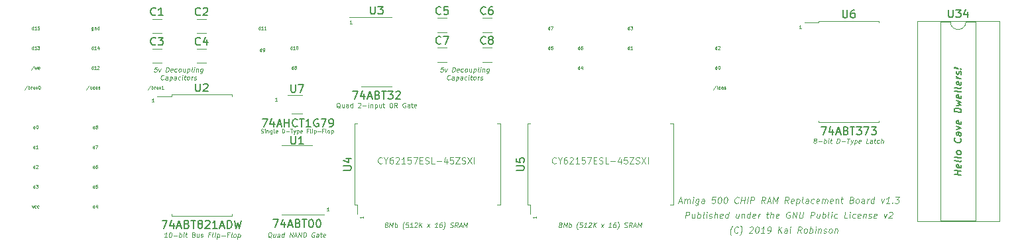
<source format=gto>
G04 #@! TF.GenerationSoftware,KiCad,Pcbnew,(5.1.2-1)-1*
G04 #@! TF.CreationDate,2019-05-25T20:49:50+01:00*
G04 #@! TF.ProjectId,SRAM Board 2MB,5352414d-2042-46f6-9172-6420324d422e,rev?*
G04 #@! TF.SameCoordinates,Original*
G04 #@! TF.FileFunction,Legend,Top*
G04 #@! TF.FilePolarity,Positive*
%FSLAX46Y46*%
G04 Gerber Fmt 4.6, Leading zero omitted, Abs format (unit mm)*
G04 Created by KiCad (PCBNEW (5.1.2-1)-1) date 2019-05-25 20:49:50*
%MOMM*%
%LPD*%
G04 APERTURE LIST*
%ADD10C,0.075000*%
%ADD11C,0.150000*%
%ADD12C,0.125000*%
%ADD13C,0.100000*%
%ADD14C,0.120000*%
G04 APERTURE END LIST*
D10*
X170005952Y-87832380D02*
X170077380Y-87856190D01*
X170196428Y-87856190D01*
X170244047Y-87832380D01*
X170267857Y-87808571D01*
X170291666Y-87760952D01*
X170291666Y-87713333D01*
X170267857Y-87665714D01*
X170244047Y-87641904D01*
X170196428Y-87618095D01*
X170101190Y-87594285D01*
X170053571Y-87570476D01*
X170029761Y-87546666D01*
X170005952Y-87499047D01*
X170005952Y-87451428D01*
X170029761Y-87403809D01*
X170053571Y-87380000D01*
X170101190Y-87356190D01*
X170220238Y-87356190D01*
X170291666Y-87380000D01*
X170505952Y-87856190D02*
X170505952Y-87522857D01*
X170505952Y-87356190D02*
X170482142Y-87380000D01*
X170505952Y-87403809D01*
X170529761Y-87380000D01*
X170505952Y-87356190D01*
X170505952Y-87403809D01*
X170744047Y-87522857D02*
X170744047Y-87856190D01*
X170744047Y-87570476D02*
X170767857Y-87546666D01*
X170815476Y-87522857D01*
X170886904Y-87522857D01*
X170934523Y-87546666D01*
X170958333Y-87594285D01*
X170958333Y-87856190D01*
X171410714Y-87522857D02*
X171410714Y-87927619D01*
X171386904Y-87975238D01*
X171363095Y-87999047D01*
X171315476Y-88022857D01*
X171244047Y-88022857D01*
X171196428Y-87999047D01*
X171410714Y-87832380D02*
X171363095Y-87856190D01*
X171267857Y-87856190D01*
X171220238Y-87832380D01*
X171196428Y-87808571D01*
X171172619Y-87760952D01*
X171172619Y-87618095D01*
X171196428Y-87570476D01*
X171220238Y-87546666D01*
X171267857Y-87522857D01*
X171363095Y-87522857D01*
X171410714Y-87546666D01*
X171720238Y-87856190D02*
X171672619Y-87832380D01*
X171648809Y-87784761D01*
X171648809Y-87356190D01*
X172101190Y-87832380D02*
X172053571Y-87856190D01*
X171958333Y-87856190D01*
X171910714Y-87832380D01*
X171886904Y-87784761D01*
X171886904Y-87594285D01*
X171910714Y-87546666D01*
X171958333Y-87522857D01*
X172053571Y-87522857D01*
X172101190Y-87546666D01*
X172125000Y-87594285D01*
X172125000Y-87641904D01*
X171886904Y-87689523D01*
X172720238Y-87856190D02*
X172720238Y-87356190D01*
X172839285Y-87356190D01*
X172910714Y-87380000D01*
X172958333Y-87427619D01*
X172982142Y-87475238D01*
X173005952Y-87570476D01*
X173005952Y-87641904D01*
X172982142Y-87737142D01*
X172958333Y-87784761D01*
X172910714Y-87832380D01*
X172839285Y-87856190D01*
X172720238Y-87856190D01*
X173220238Y-87665714D02*
X173601190Y-87665714D01*
X173767857Y-87356190D02*
X174053571Y-87356190D01*
X173910714Y-87856190D02*
X173910714Y-87356190D01*
X174172619Y-87522857D02*
X174291666Y-87856190D01*
X174410714Y-87522857D02*
X174291666Y-87856190D01*
X174244047Y-87975238D01*
X174220238Y-87999047D01*
X174172619Y-88022857D01*
X174601190Y-87522857D02*
X174601190Y-88022857D01*
X174601190Y-87546666D02*
X174648809Y-87522857D01*
X174744047Y-87522857D01*
X174791666Y-87546666D01*
X174815476Y-87570476D01*
X174839285Y-87618095D01*
X174839285Y-87760952D01*
X174815476Y-87808571D01*
X174791666Y-87832380D01*
X174744047Y-87856190D01*
X174648809Y-87856190D01*
X174601190Y-87832380D01*
X175244047Y-87832380D02*
X175196428Y-87856190D01*
X175101190Y-87856190D01*
X175053571Y-87832380D01*
X175029761Y-87784761D01*
X175029761Y-87594285D01*
X175053571Y-87546666D01*
X175101190Y-87522857D01*
X175196428Y-87522857D01*
X175244047Y-87546666D01*
X175267857Y-87594285D01*
X175267857Y-87641904D01*
X175029761Y-87689523D01*
X176029761Y-87594285D02*
X175863095Y-87594285D01*
X175863095Y-87856190D02*
X175863095Y-87356190D01*
X176101190Y-87356190D01*
X176363095Y-87856190D02*
X176315476Y-87832380D01*
X176291666Y-87784761D01*
X176291666Y-87356190D01*
X176553571Y-87856190D02*
X176553571Y-87522857D01*
X176553571Y-87356190D02*
X176529761Y-87380000D01*
X176553571Y-87403809D01*
X176577380Y-87380000D01*
X176553571Y-87356190D01*
X176553571Y-87403809D01*
X176791666Y-87522857D02*
X176791666Y-88022857D01*
X176791666Y-87546666D02*
X176839285Y-87522857D01*
X176934523Y-87522857D01*
X176982142Y-87546666D01*
X177005952Y-87570476D01*
X177029761Y-87618095D01*
X177029761Y-87760952D01*
X177005952Y-87808571D01*
X176982142Y-87832380D01*
X176934523Y-87856190D01*
X176839285Y-87856190D01*
X176791666Y-87832380D01*
X177244047Y-87665714D02*
X177625000Y-87665714D01*
X178029761Y-87594285D02*
X177863095Y-87594285D01*
X177863095Y-87856190D02*
X177863095Y-87356190D01*
X178101190Y-87356190D01*
X178363095Y-87856190D02*
X178315476Y-87832380D01*
X178291666Y-87784761D01*
X178291666Y-87356190D01*
X178625000Y-87856190D02*
X178577380Y-87832380D01*
X178553571Y-87808571D01*
X178529761Y-87760952D01*
X178529761Y-87618095D01*
X178553571Y-87570476D01*
X178577380Y-87546666D01*
X178625000Y-87522857D01*
X178696428Y-87522857D01*
X178744047Y-87546666D01*
X178767857Y-87570476D01*
X178791666Y-87618095D01*
X178791666Y-87760952D01*
X178767857Y-87808571D01*
X178744047Y-87832380D01*
X178696428Y-87856190D01*
X178625000Y-87856190D01*
X179005952Y-87522857D02*
X179005952Y-88022857D01*
X179005952Y-87546666D02*
X179053571Y-87522857D01*
X179148809Y-87522857D01*
X179196428Y-87546666D01*
X179220238Y-87570476D01*
X179244047Y-87618095D01*
X179244047Y-87760952D01*
X179220238Y-87808571D01*
X179196428Y-87832380D01*
X179148809Y-87856190D01*
X179053571Y-87856190D01*
X179005952Y-87832380D01*
X172072285Y-83746952D02*
X171843714Y-83746952D01*
X171958000Y-83746952D02*
X171958000Y-83346952D01*
X171919904Y-83404095D01*
X171881809Y-83442190D01*
X171843714Y-83461238D01*
D11*
X170180571Y-86066380D02*
X170847238Y-86066380D01*
X170418666Y-87066380D01*
X171656761Y-86399714D02*
X171656761Y-87066380D01*
X171418666Y-86018761D02*
X171180571Y-86733047D01*
X171799619Y-86733047D01*
X172132952Y-86780666D02*
X172609142Y-86780666D01*
X172037714Y-87066380D02*
X172371047Y-86066380D01*
X172704380Y-87066380D01*
X173037714Y-87066380D02*
X173037714Y-86066380D01*
X173037714Y-86542571D02*
X173609142Y-86542571D01*
X173609142Y-87066380D02*
X173609142Y-86066380D01*
X174656761Y-86971142D02*
X174609142Y-87018761D01*
X174466285Y-87066380D01*
X174371047Y-87066380D01*
X174228190Y-87018761D01*
X174132952Y-86923523D01*
X174085333Y-86828285D01*
X174037714Y-86637809D01*
X174037714Y-86494952D01*
X174085333Y-86304476D01*
X174132952Y-86209238D01*
X174228190Y-86114000D01*
X174371047Y-86066380D01*
X174466285Y-86066380D01*
X174609142Y-86114000D01*
X174656761Y-86161619D01*
X174942476Y-86066380D02*
X175513904Y-86066380D01*
X175228190Y-87066380D02*
X175228190Y-86066380D01*
X176371047Y-87066380D02*
X175799619Y-87066380D01*
X176085333Y-87066380D02*
X176085333Y-86066380D01*
X175990095Y-86209238D01*
X175894857Y-86304476D01*
X175799619Y-86352095D01*
X177323428Y-86114000D02*
X177228190Y-86066380D01*
X177085333Y-86066380D01*
X176942476Y-86114000D01*
X176847238Y-86209238D01*
X176799619Y-86304476D01*
X176752000Y-86494952D01*
X176752000Y-86637809D01*
X176799619Y-86828285D01*
X176847238Y-86923523D01*
X176942476Y-87018761D01*
X177085333Y-87066380D01*
X177180571Y-87066380D01*
X177323428Y-87018761D01*
X177371047Y-86971142D01*
X177371047Y-86637809D01*
X177180571Y-86637809D01*
X177704380Y-86066380D02*
X178371047Y-86066380D01*
X177942476Y-87066380D01*
X178799619Y-87066380D02*
X178990095Y-87066380D01*
X179085333Y-87018761D01*
X179132952Y-86971142D01*
X179228190Y-86828285D01*
X179275809Y-86637809D01*
X179275809Y-86256857D01*
X179228190Y-86161619D01*
X179180571Y-86114000D01*
X179085333Y-86066380D01*
X178894857Y-86066380D01*
X178799619Y-86114000D01*
X178752000Y-86161619D01*
X178704380Y-86256857D01*
X178704380Y-86494952D01*
X178752000Y-86590190D01*
X178799619Y-86637809D01*
X178894857Y-86685428D01*
X179085333Y-86685428D01*
X179180571Y-86637809D01*
X179228190Y-86590190D01*
X179275809Y-86494952D01*
D12*
X185477857Y-91725714D02*
X185439761Y-91763809D01*
X185325476Y-91801904D01*
X185249285Y-91801904D01*
X185135000Y-91763809D01*
X185058809Y-91687619D01*
X185020714Y-91611428D01*
X184982619Y-91459047D01*
X184982619Y-91344761D01*
X185020714Y-91192380D01*
X185058809Y-91116190D01*
X185135000Y-91040000D01*
X185249285Y-91001904D01*
X185325476Y-91001904D01*
X185439761Y-91040000D01*
X185477857Y-91078095D01*
X185973095Y-91420952D02*
X185973095Y-91801904D01*
X185706428Y-91001904D02*
X185973095Y-91420952D01*
X186239761Y-91001904D01*
X186849285Y-91001904D02*
X186696904Y-91001904D01*
X186620714Y-91040000D01*
X186582619Y-91078095D01*
X186506428Y-91192380D01*
X186468333Y-91344761D01*
X186468333Y-91649523D01*
X186506428Y-91725714D01*
X186544523Y-91763809D01*
X186620714Y-91801904D01*
X186773095Y-91801904D01*
X186849285Y-91763809D01*
X186887380Y-91725714D01*
X186925476Y-91649523D01*
X186925476Y-91459047D01*
X186887380Y-91382857D01*
X186849285Y-91344761D01*
X186773095Y-91306666D01*
X186620714Y-91306666D01*
X186544523Y-91344761D01*
X186506428Y-91382857D01*
X186468333Y-91459047D01*
X187230238Y-91078095D02*
X187268333Y-91040000D01*
X187344523Y-91001904D01*
X187535000Y-91001904D01*
X187611190Y-91040000D01*
X187649285Y-91078095D01*
X187687380Y-91154285D01*
X187687380Y-91230476D01*
X187649285Y-91344761D01*
X187192142Y-91801904D01*
X187687380Y-91801904D01*
X188449285Y-91801904D02*
X187992142Y-91801904D01*
X188220714Y-91801904D02*
X188220714Y-91001904D01*
X188144523Y-91116190D01*
X188068333Y-91192380D01*
X187992142Y-91230476D01*
X189173095Y-91001904D02*
X188792142Y-91001904D01*
X188754047Y-91382857D01*
X188792142Y-91344761D01*
X188868333Y-91306666D01*
X189058809Y-91306666D01*
X189135000Y-91344761D01*
X189173095Y-91382857D01*
X189211190Y-91459047D01*
X189211190Y-91649523D01*
X189173095Y-91725714D01*
X189135000Y-91763809D01*
X189058809Y-91801904D01*
X188868333Y-91801904D01*
X188792142Y-91763809D01*
X188754047Y-91725714D01*
X189477857Y-91001904D02*
X190011190Y-91001904D01*
X189668333Y-91801904D01*
X190315952Y-91382857D02*
X190582619Y-91382857D01*
X190696904Y-91801904D02*
X190315952Y-91801904D01*
X190315952Y-91001904D01*
X190696904Y-91001904D01*
X191001666Y-91763809D02*
X191115952Y-91801904D01*
X191306428Y-91801904D01*
X191382619Y-91763809D01*
X191420714Y-91725714D01*
X191458809Y-91649523D01*
X191458809Y-91573333D01*
X191420714Y-91497142D01*
X191382619Y-91459047D01*
X191306428Y-91420952D01*
X191154047Y-91382857D01*
X191077857Y-91344761D01*
X191039761Y-91306666D01*
X191001666Y-91230476D01*
X191001666Y-91154285D01*
X191039761Y-91078095D01*
X191077857Y-91040000D01*
X191154047Y-91001904D01*
X191344523Y-91001904D01*
X191458809Y-91040000D01*
X192182619Y-91801904D02*
X191801666Y-91801904D01*
X191801666Y-91001904D01*
X192449285Y-91497142D02*
X193058809Y-91497142D01*
X193782619Y-91268571D02*
X193782619Y-91801904D01*
X193592142Y-90963809D02*
X193401666Y-91535238D01*
X193896904Y-91535238D01*
X194582619Y-91001904D02*
X194201666Y-91001904D01*
X194163571Y-91382857D01*
X194201666Y-91344761D01*
X194277857Y-91306666D01*
X194468333Y-91306666D01*
X194544523Y-91344761D01*
X194582619Y-91382857D01*
X194620714Y-91459047D01*
X194620714Y-91649523D01*
X194582619Y-91725714D01*
X194544523Y-91763809D01*
X194468333Y-91801904D01*
X194277857Y-91801904D01*
X194201666Y-91763809D01*
X194163571Y-91725714D01*
X194887380Y-91001904D02*
X195420714Y-91001904D01*
X194887380Y-91801904D01*
X195420714Y-91801904D01*
X195687380Y-91763809D02*
X195801666Y-91801904D01*
X195992142Y-91801904D01*
X196068333Y-91763809D01*
X196106428Y-91725714D01*
X196144523Y-91649523D01*
X196144523Y-91573333D01*
X196106428Y-91497142D01*
X196068333Y-91459047D01*
X195992142Y-91420952D01*
X195839761Y-91382857D01*
X195763571Y-91344761D01*
X195725476Y-91306666D01*
X195687380Y-91230476D01*
X195687380Y-91154285D01*
X195725476Y-91078095D01*
X195763571Y-91040000D01*
X195839761Y-91001904D01*
X196030238Y-91001904D01*
X196144523Y-91040000D01*
X196411190Y-91001904D02*
X196944523Y-91801904D01*
X196944523Y-91001904D02*
X196411190Y-91801904D01*
X197249285Y-91801904D02*
X197249285Y-91001904D01*
X207702857Y-91725714D02*
X207664761Y-91763809D01*
X207550476Y-91801904D01*
X207474285Y-91801904D01*
X207360000Y-91763809D01*
X207283809Y-91687619D01*
X207245714Y-91611428D01*
X207207619Y-91459047D01*
X207207619Y-91344761D01*
X207245714Y-91192380D01*
X207283809Y-91116190D01*
X207360000Y-91040000D01*
X207474285Y-91001904D01*
X207550476Y-91001904D01*
X207664761Y-91040000D01*
X207702857Y-91078095D01*
X208198095Y-91420952D02*
X208198095Y-91801904D01*
X207931428Y-91001904D02*
X208198095Y-91420952D01*
X208464761Y-91001904D01*
X209074285Y-91001904D02*
X208921904Y-91001904D01*
X208845714Y-91040000D01*
X208807619Y-91078095D01*
X208731428Y-91192380D01*
X208693333Y-91344761D01*
X208693333Y-91649523D01*
X208731428Y-91725714D01*
X208769523Y-91763809D01*
X208845714Y-91801904D01*
X208998095Y-91801904D01*
X209074285Y-91763809D01*
X209112380Y-91725714D01*
X209150476Y-91649523D01*
X209150476Y-91459047D01*
X209112380Y-91382857D01*
X209074285Y-91344761D01*
X208998095Y-91306666D01*
X208845714Y-91306666D01*
X208769523Y-91344761D01*
X208731428Y-91382857D01*
X208693333Y-91459047D01*
X209455238Y-91078095D02*
X209493333Y-91040000D01*
X209569523Y-91001904D01*
X209760000Y-91001904D01*
X209836190Y-91040000D01*
X209874285Y-91078095D01*
X209912380Y-91154285D01*
X209912380Y-91230476D01*
X209874285Y-91344761D01*
X209417142Y-91801904D01*
X209912380Y-91801904D01*
X210674285Y-91801904D02*
X210217142Y-91801904D01*
X210445714Y-91801904D02*
X210445714Y-91001904D01*
X210369523Y-91116190D01*
X210293333Y-91192380D01*
X210217142Y-91230476D01*
X211398095Y-91001904D02*
X211017142Y-91001904D01*
X210979047Y-91382857D01*
X211017142Y-91344761D01*
X211093333Y-91306666D01*
X211283809Y-91306666D01*
X211360000Y-91344761D01*
X211398095Y-91382857D01*
X211436190Y-91459047D01*
X211436190Y-91649523D01*
X211398095Y-91725714D01*
X211360000Y-91763809D01*
X211283809Y-91801904D01*
X211093333Y-91801904D01*
X211017142Y-91763809D01*
X210979047Y-91725714D01*
X211702857Y-91001904D02*
X212236190Y-91001904D01*
X211893333Y-91801904D01*
X212540952Y-91382857D02*
X212807619Y-91382857D01*
X212921904Y-91801904D02*
X212540952Y-91801904D01*
X212540952Y-91001904D01*
X212921904Y-91001904D01*
X213226666Y-91763809D02*
X213340952Y-91801904D01*
X213531428Y-91801904D01*
X213607619Y-91763809D01*
X213645714Y-91725714D01*
X213683809Y-91649523D01*
X213683809Y-91573333D01*
X213645714Y-91497142D01*
X213607619Y-91459047D01*
X213531428Y-91420952D01*
X213379047Y-91382857D01*
X213302857Y-91344761D01*
X213264761Y-91306666D01*
X213226666Y-91230476D01*
X213226666Y-91154285D01*
X213264761Y-91078095D01*
X213302857Y-91040000D01*
X213379047Y-91001904D01*
X213569523Y-91001904D01*
X213683809Y-91040000D01*
X214407619Y-91801904D02*
X214026666Y-91801904D01*
X214026666Y-91001904D01*
X214674285Y-91497142D02*
X215283809Y-91497142D01*
X216007619Y-91268571D02*
X216007619Y-91801904D01*
X215817142Y-90963809D02*
X215626666Y-91535238D01*
X216121904Y-91535238D01*
X216807619Y-91001904D02*
X216426666Y-91001904D01*
X216388571Y-91382857D01*
X216426666Y-91344761D01*
X216502857Y-91306666D01*
X216693333Y-91306666D01*
X216769523Y-91344761D01*
X216807619Y-91382857D01*
X216845714Y-91459047D01*
X216845714Y-91649523D01*
X216807619Y-91725714D01*
X216769523Y-91763809D01*
X216693333Y-91801904D01*
X216502857Y-91801904D01*
X216426666Y-91763809D01*
X216388571Y-91725714D01*
X217112380Y-91001904D02*
X217645714Y-91001904D01*
X217112380Y-91801904D01*
X217645714Y-91801904D01*
X217912380Y-91763809D02*
X218026666Y-91801904D01*
X218217142Y-91801904D01*
X218293333Y-91763809D01*
X218331428Y-91725714D01*
X218369523Y-91649523D01*
X218369523Y-91573333D01*
X218331428Y-91497142D01*
X218293333Y-91459047D01*
X218217142Y-91420952D01*
X218064761Y-91382857D01*
X217988571Y-91344761D01*
X217950476Y-91306666D01*
X217912380Y-91230476D01*
X217912380Y-91154285D01*
X217950476Y-91078095D01*
X217988571Y-91040000D01*
X218064761Y-91001904D01*
X218255238Y-91001904D01*
X218369523Y-91040000D01*
X218636190Y-91001904D02*
X219169523Y-91801904D01*
X219169523Y-91001904D02*
X218636190Y-91801904D01*
X219474285Y-91801904D02*
X219474285Y-91001904D01*
D10*
X181597285Y-73840952D02*
X181368714Y-73840952D01*
X181483000Y-73840952D02*
X181483000Y-73440952D01*
X181444904Y-73498095D01*
X181406809Y-73536190D01*
X181368714Y-73555238D01*
X156324285Y-83873952D02*
X156095714Y-83873952D01*
X156210000Y-83873952D02*
X156210000Y-83473952D01*
X156171904Y-83531095D01*
X156133809Y-83569190D01*
X156095714Y-83588238D01*
X178676285Y-97843952D02*
X178447714Y-97843952D01*
X178562000Y-97843952D02*
X178562000Y-97443952D01*
X178523904Y-97501095D01*
X178485809Y-97539190D01*
X178447714Y-97558238D01*
X183060952Y-98564714D02*
X183060952Y-98793285D01*
X183060952Y-98679000D02*
X182660952Y-98679000D01*
X182718095Y-98717095D01*
X182756190Y-98755190D01*
X182775238Y-98793285D01*
X205158952Y-98564714D02*
X205158952Y-98793285D01*
X205158952Y-98679000D02*
X204758952Y-98679000D01*
X204816095Y-98717095D01*
X204854190Y-98755190D01*
X204873238Y-98793285D01*
X239001285Y-74475952D02*
X238772714Y-74475952D01*
X238887000Y-74475952D02*
X238887000Y-74075952D01*
X238848904Y-74133095D01*
X238810809Y-74171190D01*
X238772714Y-74190238D01*
X228152380Y-81803904D02*
X227809523Y-82318190D01*
X228342857Y-82222952D02*
X228304761Y-82203904D01*
X228285714Y-82165809D01*
X228285714Y-81822952D01*
X228666666Y-82203904D02*
X228628571Y-82222952D01*
X228552380Y-82222952D01*
X228514285Y-82203904D01*
X228495238Y-82184857D01*
X228476190Y-82146761D01*
X228476190Y-82032476D01*
X228495238Y-81994380D01*
X228514285Y-81975333D01*
X228552380Y-81956285D01*
X228628571Y-81956285D01*
X228666666Y-81975333D01*
X229009523Y-82222952D02*
X229009523Y-82013428D01*
X228990476Y-81975333D01*
X228952380Y-81956285D01*
X228876190Y-81956285D01*
X228838095Y-81975333D01*
X229009523Y-82203904D02*
X228971428Y-82222952D01*
X228876190Y-82222952D01*
X228838095Y-82203904D01*
X228819047Y-82165809D01*
X228819047Y-82127714D01*
X228838095Y-82089619D01*
X228876190Y-82070571D01*
X228971428Y-82070571D01*
X229009523Y-82051523D01*
X229180952Y-82203904D02*
X229219047Y-82222952D01*
X229295238Y-82222952D01*
X229333333Y-82203904D01*
X229352380Y-82165809D01*
X229352380Y-82146761D01*
X229333333Y-82108666D01*
X229295238Y-82089619D01*
X229238095Y-82089619D01*
X229200000Y-82070571D01*
X229180952Y-82032476D01*
X229180952Y-82013428D01*
X229200000Y-81975333D01*
X229238095Y-81956285D01*
X229295238Y-81956285D01*
X229333333Y-81975333D01*
X228241238Y-79682952D02*
X228241238Y-79282952D01*
X228241238Y-79663904D02*
X228203142Y-79682952D01*
X228126952Y-79682952D01*
X228088857Y-79663904D01*
X228069809Y-79644857D01*
X228050761Y-79606761D01*
X228050761Y-79492476D01*
X228069809Y-79454380D01*
X228088857Y-79435333D01*
X228126952Y-79416285D01*
X228203142Y-79416285D01*
X228241238Y-79435333D01*
X228507904Y-79282952D02*
X228546000Y-79282952D01*
X228584095Y-79302000D01*
X228603142Y-79321047D01*
X228622190Y-79359142D01*
X228641238Y-79435333D01*
X228641238Y-79530571D01*
X228622190Y-79606761D01*
X228603142Y-79644857D01*
X228584095Y-79663904D01*
X228546000Y-79682952D01*
X228507904Y-79682952D01*
X228469809Y-79663904D01*
X228450761Y-79644857D01*
X228431714Y-79606761D01*
X228412666Y-79530571D01*
X228412666Y-79435333D01*
X228431714Y-79359142D01*
X228450761Y-79321047D01*
X228469809Y-79302000D01*
X228507904Y-79282952D01*
X228241238Y-77142952D02*
X228241238Y-76742952D01*
X228241238Y-77123904D02*
X228203142Y-77142952D01*
X228126952Y-77142952D01*
X228088857Y-77123904D01*
X228069809Y-77104857D01*
X228050761Y-77066761D01*
X228050761Y-76952476D01*
X228069809Y-76914380D01*
X228088857Y-76895333D01*
X228126952Y-76876285D01*
X228203142Y-76876285D01*
X228241238Y-76895333D01*
X228412666Y-76781047D02*
X228431714Y-76762000D01*
X228469809Y-76742952D01*
X228565047Y-76742952D01*
X228603142Y-76762000D01*
X228622190Y-76781047D01*
X228641238Y-76819142D01*
X228641238Y-76857238D01*
X228622190Y-76914380D01*
X228393619Y-77142952D01*
X228641238Y-77142952D01*
X217065238Y-77142952D02*
X217065238Y-76742952D01*
X217065238Y-77123904D02*
X217027142Y-77142952D01*
X216950952Y-77142952D01*
X216912857Y-77123904D01*
X216893809Y-77104857D01*
X216874761Y-77066761D01*
X216874761Y-76952476D01*
X216893809Y-76914380D01*
X216912857Y-76895333D01*
X216950952Y-76876285D01*
X217027142Y-76876285D01*
X217065238Y-76895333D01*
X217465238Y-77142952D02*
X217236666Y-77142952D01*
X217350952Y-77142952D02*
X217350952Y-76742952D01*
X217312857Y-76800095D01*
X217274761Y-76838190D01*
X217236666Y-76857238D01*
X217065238Y-74602952D02*
X217065238Y-74202952D01*
X217065238Y-74583904D02*
X217027142Y-74602952D01*
X216950952Y-74602952D01*
X216912857Y-74583904D01*
X216893809Y-74564857D01*
X216874761Y-74526761D01*
X216874761Y-74412476D01*
X216893809Y-74374380D01*
X216912857Y-74355333D01*
X216950952Y-74336285D01*
X217027142Y-74336285D01*
X217065238Y-74355333D01*
X217217619Y-74202952D02*
X217465238Y-74202952D01*
X217331904Y-74355333D01*
X217389047Y-74355333D01*
X217427142Y-74374380D01*
X217446190Y-74393428D01*
X217465238Y-74431523D01*
X217465238Y-74526761D01*
X217446190Y-74564857D01*
X217427142Y-74583904D01*
X217389047Y-74602952D01*
X217274761Y-74602952D01*
X217236666Y-74583904D01*
X217217619Y-74564857D01*
X210715238Y-79682952D02*
X210715238Y-79282952D01*
X210715238Y-79663904D02*
X210677142Y-79682952D01*
X210600952Y-79682952D01*
X210562857Y-79663904D01*
X210543809Y-79644857D01*
X210524761Y-79606761D01*
X210524761Y-79492476D01*
X210543809Y-79454380D01*
X210562857Y-79435333D01*
X210600952Y-79416285D01*
X210677142Y-79416285D01*
X210715238Y-79435333D01*
X211077142Y-79416285D02*
X211077142Y-79682952D01*
X210981904Y-79263904D02*
X210886666Y-79549619D01*
X211134285Y-79549619D01*
X210715238Y-77142952D02*
X210715238Y-76742952D01*
X210715238Y-77123904D02*
X210677142Y-77142952D01*
X210600952Y-77142952D01*
X210562857Y-77123904D01*
X210543809Y-77104857D01*
X210524761Y-77066761D01*
X210524761Y-76952476D01*
X210543809Y-76914380D01*
X210562857Y-76895333D01*
X210600952Y-76876285D01*
X210677142Y-76876285D01*
X210715238Y-76895333D01*
X211077142Y-76742952D02*
X211000952Y-76742952D01*
X210962857Y-76762000D01*
X210943809Y-76781047D01*
X210905714Y-76838190D01*
X210886666Y-76914380D01*
X210886666Y-77066761D01*
X210905714Y-77104857D01*
X210924761Y-77123904D01*
X210962857Y-77142952D01*
X211039047Y-77142952D01*
X211077142Y-77123904D01*
X211096190Y-77104857D01*
X211115238Y-77066761D01*
X211115238Y-76971523D01*
X211096190Y-76933428D01*
X211077142Y-76914380D01*
X211039047Y-76895333D01*
X210962857Y-76895333D01*
X210924761Y-76914380D01*
X210905714Y-76933428D01*
X210886666Y-76971523D01*
X206905238Y-77142952D02*
X206905238Y-76742952D01*
X206905238Y-77123904D02*
X206867142Y-77142952D01*
X206790952Y-77142952D01*
X206752857Y-77123904D01*
X206733809Y-77104857D01*
X206714761Y-77066761D01*
X206714761Y-76952476D01*
X206733809Y-76914380D01*
X206752857Y-76895333D01*
X206790952Y-76876285D01*
X206867142Y-76876285D01*
X206905238Y-76895333D01*
X207286190Y-76742952D02*
X207095714Y-76742952D01*
X207076666Y-76933428D01*
X207095714Y-76914380D01*
X207133809Y-76895333D01*
X207229047Y-76895333D01*
X207267142Y-76914380D01*
X207286190Y-76933428D01*
X207305238Y-76971523D01*
X207305238Y-77066761D01*
X207286190Y-77104857D01*
X207267142Y-77123904D01*
X207229047Y-77142952D01*
X207133809Y-77142952D01*
X207095714Y-77123904D01*
X207076666Y-77104857D01*
X206905238Y-74602952D02*
X206905238Y-74202952D01*
X206905238Y-74583904D02*
X206867142Y-74602952D01*
X206790952Y-74602952D01*
X206752857Y-74583904D01*
X206733809Y-74564857D01*
X206714761Y-74526761D01*
X206714761Y-74412476D01*
X206733809Y-74374380D01*
X206752857Y-74355333D01*
X206790952Y-74336285D01*
X206867142Y-74336285D01*
X206905238Y-74355333D01*
X207057619Y-74202952D02*
X207324285Y-74202952D01*
X207152857Y-74602952D01*
X174139238Y-79682952D02*
X174139238Y-79282952D01*
X174139238Y-79663904D02*
X174101142Y-79682952D01*
X174024952Y-79682952D01*
X173986857Y-79663904D01*
X173967809Y-79644857D01*
X173948761Y-79606761D01*
X173948761Y-79492476D01*
X173967809Y-79454380D01*
X173986857Y-79435333D01*
X174024952Y-79416285D01*
X174101142Y-79416285D01*
X174139238Y-79435333D01*
X174386857Y-79454380D02*
X174348761Y-79435333D01*
X174329714Y-79416285D01*
X174310666Y-79378190D01*
X174310666Y-79359142D01*
X174329714Y-79321047D01*
X174348761Y-79302000D01*
X174386857Y-79282952D01*
X174463047Y-79282952D01*
X174501142Y-79302000D01*
X174520190Y-79321047D01*
X174539238Y-79359142D01*
X174539238Y-79378190D01*
X174520190Y-79416285D01*
X174501142Y-79435333D01*
X174463047Y-79454380D01*
X174386857Y-79454380D01*
X174348761Y-79473428D01*
X174329714Y-79492476D01*
X174310666Y-79530571D01*
X174310666Y-79606761D01*
X174329714Y-79644857D01*
X174348761Y-79663904D01*
X174386857Y-79682952D01*
X174463047Y-79682952D01*
X174501142Y-79663904D01*
X174520190Y-79644857D01*
X174539238Y-79606761D01*
X174539238Y-79530571D01*
X174520190Y-79492476D01*
X174501142Y-79473428D01*
X174463047Y-79454380D01*
X173948761Y-77142952D02*
X173948761Y-76742952D01*
X173948761Y-77123904D02*
X173910666Y-77142952D01*
X173834476Y-77142952D01*
X173796380Y-77123904D01*
X173777333Y-77104857D01*
X173758285Y-77066761D01*
X173758285Y-76952476D01*
X173777333Y-76914380D01*
X173796380Y-76895333D01*
X173834476Y-76876285D01*
X173910666Y-76876285D01*
X173948761Y-76895333D01*
X174348761Y-77142952D02*
X174120190Y-77142952D01*
X174234476Y-77142952D02*
X174234476Y-76742952D01*
X174196380Y-76800095D01*
X174158285Y-76838190D01*
X174120190Y-76857238D01*
X174596380Y-76742952D02*
X174634476Y-76742952D01*
X174672571Y-76762000D01*
X174691619Y-76781047D01*
X174710666Y-76819142D01*
X174729714Y-76895333D01*
X174729714Y-76990571D01*
X174710666Y-77066761D01*
X174691619Y-77104857D01*
X174672571Y-77123904D01*
X174634476Y-77142952D01*
X174596380Y-77142952D01*
X174558285Y-77123904D01*
X174539238Y-77104857D01*
X174520190Y-77066761D01*
X174501142Y-76990571D01*
X174501142Y-76895333D01*
X174520190Y-76819142D01*
X174539238Y-76781047D01*
X174558285Y-76762000D01*
X174596380Y-76742952D01*
X170075238Y-77396952D02*
X170075238Y-76996952D01*
X170075238Y-77377904D02*
X170037142Y-77396952D01*
X169960952Y-77396952D01*
X169922857Y-77377904D01*
X169903809Y-77358857D01*
X169884761Y-77320761D01*
X169884761Y-77206476D01*
X169903809Y-77168380D01*
X169922857Y-77149333D01*
X169960952Y-77130285D01*
X170037142Y-77130285D01*
X170075238Y-77149333D01*
X170284761Y-77396952D02*
X170360952Y-77396952D01*
X170399047Y-77377904D01*
X170418095Y-77358857D01*
X170456190Y-77301714D01*
X170475238Y-77225523D01*
X170475238Y-77073142D01*
X170456190Y-77035047D01*
X170437142Y-77016000D01*
X170399047Y-76996952D01*
X170322857Y-76996952D01*
X170284761Y-77016000D01*
X170265714Y-77035047D01*
X170246666Y-77073142D01*
X170246666Y-77168380D01*
X170265714Y-77206476D01*
X170284761Y-77225523D01*
X170322857Y-77244571D01*
X170399047Y-77244571D01*
X170437142Y-77225523D01*
X170456190Y-77206476D01*
X170475238Y-77168380D01*
X169884761Y-74602952D02*
X169884761Y-74202952D01*
X169884761Y-74583904D02*
X169846666Y-74602952D01*
X169770476Y-74602952D01*
X169732380Y-74583904D01*
X169713333Y-74564857D01*
X169694285Y-74526761D01*
X169694285Y-74412476D01*
X169713333Y-74374380D01*
X169732380Y-74355333D01*
X169770476Y-74336285D01*
X169846666Y-74336285D01*
X169884761Y-74355333D01*
X170284761Y-74602952D02*
X170056190Y-74602952D01*
X170170476Y-74602952D02*
X170170476Y-74202952D01*
X170132380Y-74260095D01*
X170094285Y-74298190D01*
X170056190Y-74317238D01*
X170665714Y-74602952D02*
X170437142Y-74602952D01*
X170551428Y-74602952D02*
X170551428Y-74202952D01*
X170513333Y-74260095D01*
X170475238Y-74298190D01*
X170437142Y-74317238D01*
X155924333Y-81803904D02*
X155581476Y-82318190D01*
X156057666Y-82222952D02*
X156057666Y-81822952D01*
X156057666Y-81975333D02*
X156095761Y-81956285D01*
X156171952Y-81956285D01*
X156210047Y-81975333D01*
X156229095Y-81994380D01*
X156248142Y-82032476D01*
X156248142Y-82146761D01*
X156229095Y-82184857D01*
X156210047Y-82203904D01*
X156171952Y-82222952D01*
X156095761Y-82222952D01*
X156057666Y-82203904D01*
X156419571Y-82222952D02*
X156419571Y-81956285D01*
X156419571Y-82032476D02*
X156438619Y-81994380D01*
X156457666Y-81975333D01*
X156495761Y-81956285D01*
X156533857Y-81956285D01*
X156838619Y-82222952D02*
X156838619Y-82013428D01*
X156819571Y-81975333D01*
X156781476Y-81956285D01*
X156705285Y-81956285D01*
X156667190Y-81975333D01*
X156838619Y-82203904D02*
X156800523Y-82222952D01*
X156705285Y-82222952D01*
X156667190Y-82203904D01*
X156648142Y-82165809D01*
X156648142Y-82127714D01*
X156667190Y-82089619D01*
X156705285Y-82070571D01*
X156800523Y-82070571D01*
X156838619Y-82051523D01*
X157010047Y-82203904D02*
X157048142Y-82222952D01*
X157124333Y-82222952D01*
X157162428Y-82203904D01*
X157181476Y-82165809D01*
X157181476Y-82146761D01*
X157162428Y-82108666D01*
X157124333Y-82089619D01*
X157067190Y-82089619D01*
X157029095Y-82070571D01*
X157010047Y-82032476D01*
X157010047Y-82013428D01*
X157029095Y-81975333D01*
X157067190Y-81956285D01*
X157124333Y-81956285D01*
X157162428Y-81975333D01*
X157562428Y-82222952D02*
X157333857Y-82222952D01*
X157448142Y-82222952D02*
X157448142Y-81822952D01*
X157410047Y-81880095D01*
X157371952Y-81918190D01*
X157333857Y-81937238D01*
X148567809Y-74336285D02*
X148567809Y-74660095D01*
X148548761Y-74698190D01*
X148529714Y-74717238D01*
X148491619Y-74736285D01*
X148434476Y-74736285D01*
X148396380Y-74717238D01*
X148567809Y-74583904D02*
X148529714Y-74602952D01*
X148453523Y-74602952D01*
X148415428Y-74583904D01*
X148396380Y-74564857D01*
X148377333Y-74526761D01*
X148377333Y-74412476D01*
X148396380Y-74374380D01*
X148415428Y-74355333D01*
X148453523Y-74336285D01*
X148529714Y-74336285D01*
X148567809Y-74355333D01*
X148758285Y-74336285D02*
X148758285Y-74602952D01*
X148758285Y-74374380D02*
X148777333Y-74355333D01*
X148815428Y-74336285D01*
X148872571Y-74336285D01*
X148910666Y-74355333D01*
X148929714Y-74393428D01*
X148929714Y-74602952D01*
X149291619Y-74602952D02*
X149291619Y-74202952D01*
X149291619Y-74583904D02*
X149253523Y-74602952D01*
X149177333Y-74602952D01*
X149139238Y-74583904D01*
X149120190Y-74564857D01*
X149101142Y-74526761D01*
X149101142Y-74412476D01*
X149120190Y-74374380D01*
X149139238Y-74355333D01*
X149177333Y-74336285D01*
X149253523Y-74336285D01*
X149291619Y-74355333D01*
X148548761Y-77142952D02*
X148548761Y-76742952D01*
X148548761Y-77123904D02*
X148510666Y-77142952D01*
X148434476Y-77142952D01*
X148396380Y-77123904D01*
X148377333Y-77104857D01*
X148358285Y-77066761D01*
X148358285Y-76952476D01*
X148377333Y-76914380D01*
X148396380Y-76895333D01*
X148434476Y-76876285D01*
X148510666Y-76876285D01*
X148548761Y-76895333D01*
X148948761Y-77142952D02*
X148720190Y-77142952D01*
X148834476Y-77142952D02*
X148834476Y-76742952D01*
X148796380Y-76800095D01*
X148758285Y-76838190D01*
X148720190Y-76857238D01*
X149291619Y-76876285D02*
X149291619Y-77142952D01*
X149196380Y-76723904D02*
X149101142Y-77009619D01*
X149348761Y-77009619D01*
X148548761Y-79682952D02*
X148548761Y-79282952D01*
X148548761Y-79663904D02*
X148510666Y-79682952D01*
X148434476Y-79682952D01*
X148396380Y-79663904D01*
X148377333Y-79644857D01*
X148358285Y-79606761D01*
X148358285Y-79492476D01*
X148377333Y-79454380D01*
X148396380Y-79435333D01*
X148434476Y-79416285D01*
X148510666Y-79416285D01*
X148548761Y-79435333D01*
X148948761Y-79682952D02*
X148720190Y-79682952D01*
X148834476Y-79682952D02*
X148834476Y-79282952D01*
X148796380Y-79340095D01*
X148758285Y-79378190D01*
X148720190Y-79397238D01*
X149101142Y-79321047D02*
X149120190Y-79302000D01*
X149158285Y-79282952D01*
X149253523Y-79282952D01*
X149291619Y-79302000D01*
X149310666Y-79321047D01*
X149329714Y-79359142D01*
X149329714Y-79397238D01*
X149310666Y-79454380D01*
X149082095Y-79682952D01*
X149329714Y-79682952D01*
X148066190Y-81803904D02*
X147723333Y-82318190D01*
X148370952Y-81956285D02*
X148370952Y-82222952D01*
X148199523Y-81956285D02*
X148199523Y-82165809D01*
X148218571Y-82203904D01*
X148256666Y-82222952D01*
X148313809Y-82222952D01*
X148351904Y-82203904D01*
X148370952Y-82184857D01*
X148732857Y-82203904D02*
X148694761Y-82222952D01*
X148618571Y-82222952D01*
X148580476Y-82203904D01*
X148561428Y-82184857D01*
X148542380Y-82146761D01*
X148542380Y-82032476D01*
X148561428Y-81994380D01*
X148580476Y-81975333D01*
X148618571Y-81956285D01*
X148694761Y-81956285D01*
X148732857Y-81975333D01*
X149075714Y-82222952D02*
X149075714Y-82013428D01*
X149056666Y-81975333D01*
X149018571Y-81956285D01*
X148942380Y-81956285D01*
X148904285Y-81975333D01*
X149075714Y-82203904D02*
X149037619Y-82222952D01*
X148942380Y-82222952D01*
X148904285Y-82203904D01*
X148885238Y-82165809D01*
X148885238Y-82127714D01*
X148904285Y-82089619D01*
X148942380Y-82070571D01*
X149037619Y-82070571D01*
X149075714Y-82051523D01*
X149247142Y-82203904D02*
X149285238Y-82222952D01*
X149361428Y-82222952D01*
X149399523Y-82203904D01*
X149418571Y-82165809D01*
X149418571Y-82146761D01*
X149399523Y-82108666D01*
X149361428Y-82089619D01*
X149304285Y-82089619D01*
X149266190Y-82070571D01*
X149247142Y-82032476D01*
X149247142Y-82013428D01*
X149266190Y-81975333D01*
X149304285Y-81956285D01*
X149361428Y-81956285D01*
X149399523Y-81975333D01*
X148739238Y-87302952D02*
X148739238Y-87093428D01*
X148720190Y-87055333D01*
X148682095Y-87036285D01*
X148605904Y-87036285D01*
X148567809Y-87055333D01*
X148739238Y-87283904D02*
X148701142Y-87302952D01*
X148605904Y-87302952D01*
X148567809Y-87283904D01*
X148548761Y-87245809D01*
X148548761Y-87207714D01*
X148567809Y-87169619D01*
X148605904Y-87150571D01*
X148701142Y-87150571D01*
X148739238Y-87131523D01*
X148986857Y-87074380D02*
X148948761Y-87055333D01*
X148929714Y-87036285D01*
X148910666Y-86998190D01*
X148910666Y-86979142D01*
X148929714Y-86941047D01*
X148948761Y-86922000D01*
X148986857Y-86902952D01*
X149063047Y-86902952D01*
X149101142Y-86922000D01*
X149120190Y-86941047D01*
X149139238Y-86979142D01*
X149139238Y-86998190D01*
X149120190Y-87036285D01*
X149101142Y-87055333D01*
X149063047Y-87074380D01*
X148986857Y-87074380D01*
X148948761Y-87093428D01*
X148929714Y-87112476D01*
X148910666Y-87150571D01*
X148910666Y-87226761D01*
X148929714Y-87264857D01*
X148948761Y-87283904D01*
X148986857Y-87302952D01*
X149063047Y-87302952D01*
X149101142Y-87283904D01*
X149120190Y-87264857D01*
X149139238Y-87226761D01*
X149139238Y-87150571D01*
X149120190Y-87112476D01*
X149101142Y-87093428D01*
X149063047Y-87074380D01*
X148739238Y-89842952D02*
X148739238Y-89633428D01*
X148720190Y-89595333D01*
X148682095Y-89576285D01*
X148605904Y-89576285D01*
X148567809Y-89595333D01*
X148739238Y-89823904D02*
X148701142Y-89842952D01*
X148605904Y-89842952D01*
X148567809Y-89823904D01*
X148548761Y-89785809D01*
X148548761Y-89747714D01*
X148567809Y-89709619D01*
X148605904Y-89690571D01*
X148701142Y-89690571D01*
X148739238Y-89671523D01*
X148891619Y-89442952D02*
X149158285Y-89442952D01*
X148986857Y-89842952D01*
X148739238Y-92382952D02*
X148739238Y-92173428D01*
X148720190Y-92135333D01*
X148682095Y-92116285D01*
X148605904Y-92116285D01*
X148567809Y-92135333D01*
X148739238Y-92363904D02*
X148701142Y-92382952D01*
X148605904Y-92382952D01*
X148567809Y-92363904D01*
X148548761Y-92325809D01*
X148548761Y-92287714D01*
X148567809Y-92249619D01*
X148605904Y-92230571D01*
X148701142Y-92230571D01*
X148739238Y-92211523D01*
X149101142Y-91982952D02*
X149024952Y-91982952D01*
X148986857Y-92002000D01*
X148967809Y-92021047D01*
X148929714Y-92078190D01*
X148910666Y-92154380D01*
X148910666Y-92306761D01*
X148929714Y-92344857D01*
X148948761Y-92363904D01*
X148986857Y-92382952D01*
X149063047Y-92382952D01*
X149101142Y-92363904D01*
X149120190Y-92344857D01*
X149139238Y-92306761D01*
X149139238Y-92211523D01*
X149120190Y-92173428D01*
X149101142Y-92154380D01*
X149063047Y-92135333D01*
X148986857Y-92135333D01*
X148948761Y-92154380D01*
X148929714Y-92173428D01*
X148910666Y-92211523D01*
X148739238Y-94922952D02*
X148739238Y-94713428D01*
X148720190Y-94675333D01*
X148682095Y-94656285D01*
X148605904Y-94656285D01*
X148567809Y-94675333D01*
X148739238Y-94903904D02*
X148701142Y-94922952D01*
X148605904Y-94922952D01*
X148567809Y-94903904D01*
X148548761Y-94865809D01*
X148548761Y-94827714D01*
X148567809Y-94789619D01*
X148605904Y-94770571D01*
X148701142Y-94770571D01*
X148739238Y-94751523D01*
X149120190Y-94522952D02*
X148929714Y-94522952D01*
X148910666Y-94713428D01*
X148929714Y-94694380D01*
X148967809Y-94675333D01*
X149063047Y-94675333D01*
X149101142Y-94694380D01*
X149120190Y-94713428D01*
X149139238Y-94751523D01*
X149139238Y-94846761D01*
X149120190Y-94884857D01*
X149101142Y-94903904D01*
X149063047Y-94922952D01*
X148967809Y-94922952D01*
X148929714Y-94903904D01*
X148910666Y-94884857D01*
X148739238Y-97462952D02*
X148739238Y-97253428D01*
X148720190Y-97215333D01*
X148682095Y-97196285D01*
X148605904Y-97196285D01*
X148567809Y-97215333D01*
X148739238Y-97443904D02*
X148701142Y-97462952D01*
X148605904Y-97462952D01*
X148567809Y-97443904D01*
X148548761Y-97405809D01*
X148548761Y-97367714D01*
X148567809Y-97329619D01*
X148605904Y-97310571D01*
X148701142Y-97310571D01*
X148739238Y-97291523D01*
X149101142Y-97196285D02*
X149101142Y-97462952D01*
X149005904Y-97043904D02*
X148910666Y-97329619D01*
X149158285Y-97329619D01*
X140785904Y-97196285D02*
X140881142Y-97462952D01*
X140976380Y-97196285D01*
X141300190Y-97443904D02*
X141262095Y-97462952D01*
X141185904Y-97462952D01*
X141147809Y-97443904D01*
X141128761Y-97424857D01*
X141109714Y-97386761D01*
X141109714Y-97272476D01*
X141128761Y-97234380D01*
X141147809Y-97215333D01*
X141185904Y-97196285D01*
X141262095Y-97196285D01*
X141300190Y-97215333D01*
X141643047Y-97443904D02*
X141604952Y-97462952D01*
X141528761Y-97462952D01*
X141490666Y-97443904D01*
X141471619Y-97424857D01*
X141452571Y-97386761D01*
X141452571Y-97272476D01*
X141471619Y-97234380D01*
X141490666Y-97215333D01*
X141528761Y-97196285D01*
X141604952Y-97196285D01*
X141643047Y-97215333D01*
X141119238Y-94922952D02*
X141119238Y-94713428D01*
X141100190Y-94675333D01*
X141062095Y-94656285D01*
X140985904Y-94656285D01*
X140947809Y-94675333D01*
X141119238Y-94903904D02*
X141081142Y-94922952D01*
X140985904Y-94922952D01*
X140947809Y-94903904D01*
X140928761Y-94865809D01*
X140928761Y-94827714D01*
X140947809Y-94789619D01*
X140985904Y-94770571D01*
X141081142Y-94770571D01*
X141119238Y-94751523D01*
X141271619Y-94522952D02*
X141519238Y-94522952D01*
X141385904Y-94675333D01*
X141443047Y-94675333D01*
X141481142Y-94694380D01*
X141500190Y-94713428D01*
X141519238Y-94751523D01*
X141519238Y-94846761D01*
X141500190Y-94884857D01*
X141481142Y-94903904D01*
X141443047Y-94922952D01*
X141328761Y-94922952D01*
X141290666Y-94903904D01*
X141271619Y-94884857D01*
X141119238Y-92382952D02*
X141119238Y-92173428D01*
X141100190Y-92135333D01*
X141062095Y-92116285D01*
X140985904Y-92116285D01*
X140947809Y-92135333D01*
X141119238Y-92363904D02*
X141081142Y-92382952D01*
X140985904Y-92382952D01*
X140947809Y-92363904D01*
X140928761Y-92325809D01*
X140928761Y-92287714D01*
X140947809Y-92249619D01*
X140985904Y-92230571D01*
X141081142Y-92230571D01*
X141119238Y-92211523D01*
X141290666Y-92021047D02*
X141309714Y-92002000D01*
X141347809Y-91982952D01*
X141443047Y-91982952D01*
X141481142Y-92002000D01*
X141500190Y-92021047D01*
X141519238Y-92059142D01*
X141519238Y-92097238D01*
X141500190Y-92154380D01*
X141271619Y-92382952D01*
X141519238Y-92382952D01*
X141119238Y-89842952D02*
X141119238Y-89633428D01*
X141100190Y-89595333D01*
X141062095Y-89576285D01*
X140985904Y-89576285D01*
X140947809Y-89595333D01*
X141119238Y-89823904D02*
X141081142Y-89842952D01*
X140985904Y-89842952D01*
X140947809Y-89823904D01*
X140928761Y-89785809D01*
X140928761Y-89747714D01*
X140947809Y-89709619D01*
X140985904Y-89690571D01*
X141081142Y-89690571D01*
X141119238Y-89671523D01*
X141519238Y-89842952D02*
X141290666Y-89842952D01*
X141404952Y-89842952D02*
X141404952Y-89442952D01*
X141366857Y-89500095D01*
X141328761Y-89538190D01*
X141290666Y-89557238D01*
X141119238Y-87302952D02*
X141119238Y-87093428D01*
X141100190Y-87055333D01*
X141062095Y-87036285D01*
X140985904Y-87036285D01*
X140947809Y-87055333D01*
X141119238Y-87283904D02*
X141081142Y-87302952D01*
X140985904Y-87302952D01*
X140947809Y-87283904D01*
X140928761Y-87245809D01*
X140928761Y-87207714D01*
X140947809Y-87169619D01*
X140985904Y-87150571D01*
X141081142Y-87150571D01*
X141119238Y-87131523D01*
X141385904Y-86902952D02*
X141424000Y-86902952D01*
X141462095Y-86922000D01*
X141481142Y-86941047D01*
X141500190Y-86979142D01*
X141519238Y-87055333D01*
X141519238Y-87150571D01*
X141500190Y-87226761D01*
X141481142Y-87264857D01*
X141462095Y-87283904D01*
X141424000Y-87302952D01*
X141385904Y-87302952D01*
X141347809Y-87283904D01*
X141328761Y-87264857D01*
X141309714Y-87226761D01*
X141290666Y-87150571D01*
X141290666Y-87055333D01*
X141309714Y-86979142D01*
X141328761Y-86941047D01*
X141347809Y-86922000D01*
X141385904Y-86902952D01*
X140176333Y-81803904D02*
X139833476Y-82318190D01*
X140309666Y-82222952D02*
X140309666Y-81822952D01*
X140309666Y-81975333D02*
X140347761Y-81956285D01*
X140423952Y-81956285D01*
X140462047Y-81975333D01*
X140481095Y-81994380D01*
X140500142Y-82032476D01*
X140500142Y-82146761D01*
X140481095Y-82184857D01*
X140462047Y-82203904D01*
X140423952Y-82222952D01*
X140347761Y-82222952D01*
X140309666Y-82203904D01*
X140671571Y-82222952D02*
X140671571Y-81956285D01*
X140671571Y-82032476D02*
X140690619Y-81994380D01*
X140709666Y-81975333D01*
X140747761Y-81956285D01*
X140785857Y-81956285D01*
X141090619Y-82222952D02*
X141090619Y-82013428D01*
X141071571Y-81975333D01*
X141033476Y-81956285D01*
X140957285Y-81956285D01*
X140919190Y-81975333D01*
X141090619Y-82203904D02*
X141052523Y-82222952D01*
X140957285Y-82222952D01*
X140919190Y-82203904D01*
X140900142Y-82165809D01*
X140900142Y-82127714D01*
X140919190Y-82089619D01*
X140957285Y-82070571D01*
X141052523Y-82070571D01*
X141090619Y-82051523D01*
X141262047Y-82203904D02*
X141300142Y-82222952D01*
X141376333Y-82222952D01*
X141414428Y-82203904D01*
X141433476Y-82165809D01*
X141433476Y-82146761D01*
X141414428Y-82108666D01*
X141376333Y-82089619D01*
X141319190Y-82089619D01*
X141281095Y-82070571D01*
X141262047Y-82032476D01*
X141262047Y-82013428D01*
X141281095Y-81975333D01*
X141319190Y-81956285D01*
X141376333Y-81956285D01*
X141414428Y-81975333D01*
X141681095Y-81822952D02*
X141719190Y-81822952D01*
X141757285Y-81842000D01*
X141776333Y-81861047D01*
X141795380Y-81899142D01*
X141814428Y-81975333D01*
X141814428Y-82070571D01*
X141795380Y-82146761D01*
X141776333Y-82184857D01*
X141757285Y-82203904D01*
X141719190Y-82222952D01*
X141681095Y-82222952D01*
X141643000Y-82203904D01*
X141623952Y-82184857D01*
X141604904Y-82146761D01*
X141585857Y-82070571D01*
X141585857Y-81975333D01*
X141604904Y-81899142D01*
X141623952Y-81861047D01*
X141643000Y-81842000D01*
X141681095Y-81822952D01*
X141014476Y-79263904D02*
X140671619Y-79778190D01*
X141109714Y-79416285D02*
X141185904Y-79682952D01*
X141262095Y-79492476D01*
X141338285Y-79682952D01*
X141414476Y-79416285D01*
X141719238Y-79663904D02*
X141681142Y-79682952D01*
X141604952Y-79682952D01*
X141566857Y-79663904D01*
X141547809Y-79625809D01*
X141547809Y-79473428D01*
X141566857Y-79435333D01*
X141604952Y-79416285D01*
X141681142Y-79416285D01*
X141719238Y-79435333D01*
X141738285Y-79473428D01*
X141738285Y-79511523D01*
X141547809Y-79549619D01*
X140928761Y-77142952D02*
X140928761Y-76742952D01*
X140928761Y-77123904D02*
X140890666Y-77142952D01*
X140814476Y-77142952D01*
X140776380Y-77123904D01*
X140757333Y-77104857D01*
X140738285Y-77066761D01*
X140738285Y-76952476D01*
X140757333Y-76914380D01*
X140776380Y-76895333D01*
X140814476Y-76876285D01*
X140890666Y-76876285D01*
X140928761Y-76895333D01*
X141328761Y-77142952D02*
X141100190Y-77142952D01*
X141214476Y-77142952D02*
X141214476Y-76742952D01*
X141176380Y-76800095D01*
X141138285Y-76838190D01*
X141100190Y-76857238D01*
X141462095Y-76742952D02*
X141709714Y-76742952D01*
X141576380Y-76895333D01*
X141633523Y-76895333D01*
X141671619Y-76914380D01*
X141690666Y-76933428D01*
X141709714Y-76971523D01*
X141709714Y-77066761D01*
X141690666Y-77104857D01*
X141671619Y-77123904D01*
X141633523Y-77142952D01*
X141519238Y-77142952D01*
X141481142Y-77123904D01*
X141462095Y-77104857D01*
X140928761Y-74602952D02*
X140928761Y-74202952D01*
X140928761Y-74583904D02*
X140890666Y-74602952D01*
X140814476Y-74602952D01*
X140776380Y-74583904D01*
X140757333Y-74564857D01*
X140738285Y-74526761D01*
X140738285Y-74412476D01*
X140757333Y-74374380D01*
X140776380Y-74355333D01*
X140814476Y-74336285D01*
X140890666Y-74336285D01*
X140928761Y-74355333D01*
X141328761Y-74602952D02*
X141100190Y-74602952D01*
X141214476Y-74602952D02*
X141214476Y-74202952D01*
X141176380Y-74260095D01*
X141138285Y-74298190D01*
X141100190Y-74317238D01*
X141690666Y-74202952D02*
X141500190Y-74202952D01*
X141481142Y-74393428D01*
X141500190Y-74374380D01*
X141538285Y-74355333D01*
X141633523Y-74355333D01*
X141671619Y-74374380D01*
X141690666Y-74393428D01*
X141709714Y-74431523D01*
X141709714Y-74526761D01*
X141690666Y-74564857D01*
X141671619Y-74583904D01*
X141633523Y-74602952D01*
X141538285Y-74602952D01*
X141500190Y-74583904D01*
X141481142Y-74564857D01*
D13*
X180113571Y-84656571D02*
X180056428Y-84628000D01*
X179999285Y-84570857D01*
X179913571Y-84485142D01*
X179856428Y-84456571D01*
X179799285Y-84456571D01*
X179827857Y-84599428D02*
X179770714Y-84570857D01*
X179713571Y-84513714D01*
X179685000Y-84399428D01*
X179685000Y-84199428D01*
X179713571Y-84085142D01*
X179770714Y-84028000D01*
X179827857Y-83999428D01*
X179942142Y-83999428D01*
X179999285Y-84028000D01*
X180056428Y-84085142D01*
X180085000Y-84199428D01*
X180085000Y-84399428D01*
X180056428Y-84513714D01*
X179999285Y-84570857D01*
X179942142Y-84599428D01*
X179827857Y-84599428D01*
X180599285Y-84199428D02*
X180599285Y-84599428D01*
X180342142Y-84199428D02*
X180342142Y-84513714D01*
X180370714Y-84570857D01*
X180427857Y-84599428D01*
X180513571Y-84599428D01*
X180570714Y-84570857D01*
X180599285Y-84542285D01*
X181142142Y-84599428D02*
X181142142Y-84285142D01*
X181113571Y-84228000D01*
X181056428Y-84199428D01*
X180942142Y-84199428D01*
X180885000Y-84228000D01*
X181142142Y-84570857D02*
X181085000Y-84599428D01*
X180942142Y-84599428D01*
X180885000Y-84570857D01*
X180856428Y-84513714D01*
X180856428Y-84456571D01*
X180885000Y-84399428D01*
X180942142Y-84370857D01*
X181085000Y-84370857D01*
X181142142Y-84342285D01*
X181685000Y-84599428D02*
X181685000Y-83999428D01*
X181685000Y-84570857D02*
X181627857Y-84599428D01*
X181513571Y-84599428D01*
X181456428Y-84570857D01*
X181427857Y-84542285D01*
X181399285Y-84485142D01*
X181399285Y-84313714D01*
X181427857Y-84256571D01*
X181456428Y-84228000D01*
X181513571Y-84199428D01*
X181627857Y-84199428D01*
X181685000Y-84228000D01*
X182399285Y-84056571D02*
X182427857Y-84028000D01*
X182485000Y-83999428D01*
X182627857Y-83999428D01*
X182685000Y-84028000D01*
X182713571Y-84056571D01*
X182742142Y-84113714D01*
X182742142Y-84170857D01*
X182713571Y-84256571D01*
X182370714Y-84599428D01*
X182742142Y-84599428D01*
X182999285Y-84370857D02*
X183456428Y-84370857D01*
X183742142Y-84599428D02*
X183742142Y-84199428D01*
X183742142Y-83999428D02*
X183713571Y-84028000D01*
X183742142Y-84056571D01*
X183770714Y-84028000D01*
X183742142Y-83999428D01*
X183742142Y-84056571D01*
X184027857Y-84199428D02*
X184027857Y-84599428D01*
X184027857Y-84256571D02*
X184056428Y-84228000D01*
X184113571Y-84199428D01*
X184199285Y-84199428D01*
X184256428Y-84228000D01*
X184285000Y-84285142D01*
X184285000Y-84599428D01*
X184570714Y-84199428D02*
X184570714Y-84799428D01*
X184570714Y-84228000D02*
X184627857Y-84199428D01*
X184742142Y-84199428D01*
X184799285Y-84228000D01*
X184827857Y-84256571D01*
X184856428Y-84313714D01*
X184856428Y-84485142D01*
X184827857Y-84542285D01*
X184799285Y-84570857D01*
X184742142Y-84599428D01*
X184627857Y-84599428D01*
X184570714Y-84570857D01*
X185370714Y-84199428D02*
X185370714Y-84599428D01*
X185113571Y-84199428D02*
X185113571Y-84513714D01*
X185142142Y-84570857D01*
X185199285Y-84599428D01*
X185285000Y-84599428D01*
X185342142Y-84570857D01*
X185370714Y-84542285D01*
X185570714Y-84199428D02*
X185799285Y-84199428D01*
X185656428Y-83999428D02*
X185656428Y-84513714D01*
X185685000Y-84570857D01*
X185742142Y-84599428D01*
X185799285Y-84599428D01*
X186570714Y-83999428D02*
X186685000Y-83999428D01*
X186742142Y-84028000D01*
X186799285Y-84085142D01*
X186827857Y-84199428D01*
X186827857Y-84399428D01*
X186799285Y-84513714D01*
X186742142Y-84570857D01*
X186685000Y-84599428D01*
X186570714Y-84599428D01*
X186513571Y-84570857D01*
X186456428Y-84513714D01*
X186427857Y-84399428D01*
X186427857Y-84199428D01*
X186456428Y-84085142D01*
X186513571Y-84028000D01*
X186570714Y-83999428D01*
X187427857Y-84599428D02*
X187227857Y-84313714D01*
X187085000Y-84599428D02*
X187085000Y-83999428D01*
X187313571Y-83999428D01*
X187370714Y-84028000D01*
X187399285Y-84056571D01*
X187427857Y-84113714D01*
X187427857Y-84199428D01*
X187399285Y-84256571D01*
X187370714Y-84285142D01*
X187313571Y-84313714D01*
X187085000Y-84313714D01*
X188456428Y-84028000D02*
X188399285Y-83999428D01*
X188313571Y-83999428D01*
X188227857Y-84028000D01*
X188170714Y-84085142D01*
X188142142Y-84142285D01*
X188113571Y-84256571D01*
X188113571Y-84342285D01*
X188142142Y-84456571D01*
X188170714Y-84513714D01*
X188227857Y-84570857D01*
X188313571Y-84599428D01*
X188370714Y-84599428D01*
X188456428Y-84570857D01*
X188485000Y-84542285D01*
X188485000Y-84342285D01*
X188370714Y-84342285D01*
X188999285Y-84599428D02*
X188999285Y-84285142D01*
X188970714Y-84228000D01*
X188913571Y-84199428D01*
X188799285Y-84199428D01*
X188742142Y-84228000D01*
X188999285Y-84570857D02*
X188942142Y-84599428D01*
X188799285Y-84599428D01*
X188742142Y-84570857D01*
X188713571Y-84513714D01*
X188713571Y-84456571D01*
X188742142Y-84399428D01*
X188799285Y-84370857D01*
X188942142Y-84370857D01*
X188999285Y-84342285D01*
X189199285Y-84199428D02*
X189427857Y-84199428D01*
X189285000Y-83999428D02*
X189285000Y-84513714D01*
X189313571Y-84570857D01*
X189370714Y-84599428D01*
X189427857Y-84599428D01*
X189856428Y-84570857D02*
X189799285Y-84599428D01*
X189685000Y-84599428D01*
X189627857Y-84570857D01*
X189599285Y-84513714D01*
X189599285Y-84285142D01*
X189627857Y-84228000D01*
X189685000Y-84199428D01*
X189799285Y-84199428D01*
X189856428Y-84228000D01*
X189885000Y-84285142D01*
X189885000Y-84342285D01*
X189599285Y-84399428D01*
D11*
X181713571Y-82510380D02*
X182380238Y-82510380D01*
X181951666Y-83510380D01*
X183189761Y-82843714D02*
X183189761Y-83510380D01*
X182951666Y-82462761D02*
X182713571Y-83177047D01*
X183332619Y-83177047D01*
X183665952Y-83224666D02*
X184142142Y-83224666D01*
X183570714Y-83510380D02*
X183904047Y-82510380D01*
X184237380Y-83510380D01*
X184904047Y-82986571D02*
X185046904Y-83034190D01*
X185094523Y-83081809D01*
X185142142Y-83177047D01*
X185142142Y-83319904D01*
X185094523Y-83415142D01*
X185046904Y-83462761D01*
X184951666Y-83510380D01*
X184570714Y-83510380D01*
X184570714Y-82510380D01*
X184904047Y-82510380D01*
X184999285Y-82558000D01*
X185046904Y-82605619D01*
X185094523Y-82700857D01*
X185094523Y-82796095D01*
X185046904Y-82891333D01*
X184999285Y-82938952D01*
X184904047Y-82986571D01*
X184570714Y-82986571D01*
X185427857Y-82510380D02*
X185999285Y-82510380D01*
X185713571Y-83510380D02*
X185713571Y-82510380D01*
X186237380Y-82510380D02*
X186856428Y-82510380D01*
X186523095Y-82891333D01*
X186665952Y-82891333D01*
X186761190Y-82938952D01*
X186808809Y-82986571D01*
X186856428Y-83081809D01*
X186856428Y-83319904D01*
X186808809Y-83415142D01*
X186761190Y-83462761D01*
X186665952Y-83510380D01*
X186380238Y-83510380D01*
X186285000Y-83462761D01*
X186237380Y-83415142D01*
X187237380Y-82605619D02*
X187285000Y-82558000D01*
X187380238Y-82510380D01*
X187618333Y-82510380D01*
X187713571Y-82558000D01*
X187761190Y-82605619D01*
X187808809Y-82700857D01*
X187808809Y-82796095D01*
X187761190Y-82938952D01*
X187189761Y-83510380D01*
X187808809Y-83510380D01*
D13*
X208199196Y-99623571D02*
X208145625Y-99595000D01*
X208120625Y-99566428D01*
X208099196Y-99509285D01*
X208102767Y-99480714D01*
X208138482Y-99423571D01*
X208170625Y-99395000D01*
X208231339Y-99366428D01*
X208345625Y-99366428D01*
X208399196Y-99395000D01*
X208424196Y-99423571D01*
X208445625Y-99480714D01*
X208442053Y-99509285D01*
X208406339Y-99566428D01*
X208374196Y-99595000D01*
X208313482Y-99623571D01*
X208199196Y-99623571D01*
X208138482Y-99652142D01*
X208106339Y-99680714D01*
X208070625Y-99737857D01*
X208056339Y-99852142D01*
X208077767Y-99909285D01*
X208102767Y-99937857D01*
X208156339Y-99966428D01*
X208270625Y-99966428D01*
X208331339Y-99937857D01*
X208363482Y-99909285D01*
X208399196Y-99852142D01*
X208413482Y-99737857D01*
X208392053Y-99680714D01*
X208367053Y-99652142D01*
X208313482Y-99623571D01*
X208642053Y-99966428D02*
X208717053Y-99366428D01*
X208863482Y-99795000D01*
X209117053Y-99366428D01*
X209042053Y-99966428D01*
X209327767Y-99966428D02*
X209402767Y-99366428D01*
X209374196Y-99595000D02*
X209434910Y-99566428D01*
X209549196Y-99566428D01*
X209602767Y-99595000D01*
X209627767Y-99623571D01*
X209649196Y-99680714D01*
X209627767Y-99852142D01*
X209592053Y-99909285D01*
X209559910Y-99937857D01*
X209499196Y-99966428D01*
X209384910Y-99966428D01*
X209331339Y-99937857D01*
X210470625Y-100195000D02*
X210445625Y-100166428D01*
X210399196Y-100080714D01*
X210377767Y-100023571D01*
X210359910Y-99937857D01*
X210349196Y-99795000D01*
X210363482Y-99680714D01*
X210409910Y-99537857D01*
X210449196Y-99452142D01*
X210484910Y-99395000D01*
X210552767Y-99309285D01*
X210584910Y-99280714D01*
X211088482Y-99366428D02*
X210802767Y-99366428D01*
X210738482Y-99652142D01*
X210770625Y-99623571D01*
X210831339Y-99595000D01*
X210974196Y-99595000D01*
X211027767Y-99623571D01*
X211052767Y-99652142D01*
X211074196Y-99709285D01*
X211056339Y-99852142D01*
X211020625Y-99909285D01*
X210988482Y-99937857D01*
X210927767Y-99966428D01*
X210784910Y-99966428D01*
X210731339Y-99937857D01*
X210706339Y-99909285D01*
X211613482Y-99966428D02*
X211270625Y-99966428D01*
X211442053Y-99966428D02*
X211517053Y-99366428D01*
X211449196Y-99452142D01*
X211384910Y-99509285D01*
X211324196Y-99537857D01*
X211909910Y-99423571D02*
X211942053Y-99395000D01*
X212002767Y-99366428D01*
X212145625Y-99366428D01*
X212199196Y-99395000D01*
X212224196Y-99423571D01*
X212245625Y-99480714D01*
X212238482Y-99537857D01*
X212199196Y-99623571D01*
X211813482Y-99966428D01*
X212184910Y-99966428D01*
X212442053Y-99966428D02*
X212517053Y-99366428D01*
X212784910Y-99966428D02*
X212570625Y-99623571D01*
X212859910Y-99366428D02*
X212474196Y-99709285D01*
X213442053Y-99966428D02*
X213806339Y-99566428D01*
X213492053Y-99566428D02*
X213756339Y-99966428D01*
X214756339Y-99966428D02*
X214413482Y-99966428D01*
X214584910Y-99966428D02*
X214659910Y-99366428D01*
X214592053Y-99452142D01*
X214527767Y-99509285D01*
X214467053Y-99537857D01*
X215345625Y-99366428D02*
X215231339Y-99366428D01*
X215170625Y-99395000D01*
X215138482Y-99423571D01*
X215070625Y-99509285D01*
X215027767Y-99623571D01*
X214999196Y-99852142D01*
X215020625Y-99909285D01*
X215045625Y-99937857D01*
X215099196Y-99966428D01*
X215213482Y-99966428D01*
X215274196Y-99937857D01*
X215306339Y-99909285D01*
X215342053Y-99852142D01*
X215359910Y-99709285D01*
X215338482Y-99652142D01*
X215313482Y-99623571D01*
X215259910Y-99595000D01*
X215145625Y-99595000D01*
X215084910Y-99623571D01*
X215052767Y-99652142D01*
X215017053Y-99709285D01*
X215499196Y-100195000D02*
X215531339Y-100166428D01*
X215599196Y-100080714D01*
X215634910Y-100023571D01*
X215674196Y-99937857D01*
X215720625Y-99795000D01*
X215734910Y-99680714D01*
X215724196Y-99537857D01*
X215706339Y-99452142D01*
X215684910Y-99395000D01*
X215638482Y-99309285D01*
X215613482Y-99280714D01*
X216417053Y-99937857D02*
X216499196Y-99966428D01*
X216642053Y-99966428D01*
X216702767Y-99937857D01*
X216734910Y-99909285D01*
X216770625Y-99852142D01*
X216777767Y-99795000D01*
X216756339Y-99737857D01*
X216731339Y-99709285D01*
X216677767Y-99680714D01*
X216567053Y-99652142D01*
X216513482Y-99623571D01*
X216488482Y-99595000D01*
X216467053Y-99537857D01*
X216474196Y-99480714D01*
X216509910Y-99423571D01*
X216542053Y-99395000D01*
X216602767Y-99366428D01*
X216745625Y-99366428D01*
X216827767Y-99395000D01*
X217356339Y-99966428D02*
X217192053Y-99680714D01*
X217013482Y-99966428D02*
X217088482Y-99366428D01*
X217317053Y-99366428D01*
X217370625Y-99395000D01*
X217395625Y-99423571D01*
X217417053Y-99480714D01*
X217406339Y-99566428D01*
X217370625Y-99623571D01*
X217338482Y-99652142D01*
X217277767Y-99680714D01*
X217049196Y-99680714D01*
X217606339Y-99795000D02*
X217892053Y-99795000D01*
X217527767Y-99966428D02*
X217802767Y-99366428D01*
X217927767Y-99966428D01*
X218127767Y-99966428D02*
X218202767Y-99366428D01*
X218349196Y-99795000D01*
X218602767Y-99366428D01*
X218527767Y-99966428D01*
X156740482Y-79435428D02*
X156454767Y-79435428D01*
X156390482Y-79721142D01*
X156422625Y-79692571D01*
X156483339Y-79664000D01*
X156626196Y-79664000D01*
X156679767Y-79692571D01*
X156704767Y-79721142D01*
X156726196Y-79778285D01*
X156708339Y-79921142D01*
X156672625Y-79978285D01*
X156640482Y-80006857D01*
X156579767Y-80035428D01*
X156436910Y-80035428D01*
X156383339Y-80006857D01*
X156358339Y-79978285D01*
X156944053Y-79635428D02*
X157036910Y-80035428D01*
X157229767Y-79635428D01*
X157865482Y-80035428D02*
X157940482Y-79435428D01*
X158083339Y-79435428D01*
X158165482Y-79464000D01*
X158215482Y-79521142D01*
X158236910Y-79578285D01*
X158251196Y-79692571D01*
X158240482Y-79778285D01*
X158197625Y-79892571D01*
X158161910Y-79949714D01*
X158097625Y-80006857D01*
X158008339Y-80035428D01*
X157865482Y-80035428D01*
X158697625Y-80006857D02*
X158636910Y-80035428D01*
X158522625Y-80035428D01*
X158469053Y-80006857D01*
X158447625Y-79949714D01*
X158476196Y-79721142D01*
X158511910Y-79664000D01*
X158572625Y-79635428D01*
X158686910Y-79635428D01*
X158740482Y-79664000D01*
X158761910Y-79721142D01*
X158754767Y-79778285D01*
X158461910Y-79835428D01*
X159240482Y-80006857D02*
X159179767Y-80035428D01*
X159065482Y-80035428D01*
X159011910Y-80006857D01*
X158986910Y-79978285D01*
X158965482Y-79921142D01*
X158986910Y-79749714D01*
X159022625Y-79692571D01*
X159054767Y-79664000D01*
X159115482Y-79635428D01*
X159229767Y-79635428D01*
X159283339Y-79664000D01*
X159579767Y-80035428D02*
X159526196Y-80006857D01*
X159501196Y-79978285D01*
X159479767Y-79921142D01*
X159501196Y-79749714D01*
X159536910Y-79692571D01*
X159569053Y-79664000D01*
X159629767Y-79635428D01*
X159715482Y-79635428D01*
X159769053Y-79664000D01*
X159794053Y-79692571D01*
X159815482Y-79749714D01*
X159794053Y-79921142D01*
X159758339Y-79978285D01*
X159726196Y-80006857D01*
X159665482Y-80035428D01*
X159579767Y-80035428D01*
X160344053Y-79635428D02*
X160294053Y-80035428D01*
X160086910Y-79635428D02*
X160047625Y-79949714D01*
X160069053Y-80006857D01*
X160122625Y-80035428D01*
X160208339Y-80035428D01*
X160269053Y-80006857D01*
X160301196Y-79978285D01*
X160629767Y-79635428D02*
X160554767Y-80235428D01*
X160626196Y-79664000D02*
X160686910Y-79635428D01*
X160801196Y-79635428D01*
X160854767Y-79664000D01*
X160879767Y-79692571D01*
X160901196Y-79749714D01*
X160879767Y-79921142D01*
X160844053Y-79978285D01*
X160811910Y-80006857D01*
X160751196Y-80035428D01*
X160636910Y-80035428D01*
X160583339Y-80006857D01*
X161208339Y-80035428D02*
X161154767Y-80006857D01*
X161133339Y-79949714D01*
X161197625Y-79435428D01*
X161436910Y-80035428D02*
X161486910Y-79635428D01*
X161511910Y-79435428D02*
X161479767Y-79464000D01*
X161504767Y-79492571D01*
X161536910Y-79464000D01*
X161511910Y-79435428D01*
X161504767Y-79492571D01*
X161772625Y-79635428D02*
X161722625Y-80035428D01*
X161765482Y-79692571D02*
X161797625Y-79664000D01*
X161858339Y-79635428D01*
X161944053Y-79635428D01*
X161997625Y-79664000D01*
X162019053Y-79721142D01*
X161979767Y-80035428D01*
X162572625Y-79635428D02*
X162511910Y-80121142D01*
X162476196Y-80178285D01*
X162444053Y-80206857D01*
X162383339Y-80235428D01*
X162297625Y-80235428D01*
X162244053Y-80206857D01*
X162526196Y-80006857D02*
X162465482Y-80035428D01*
X162351196Y-80035428D01*
X162297625Y-80006857D01*
X162272625Y-79978285D01*
X162251196Y-79921142D01*
X162272625Y-79749714D01*
X162308339Y-79692571D01*
X162340482Y-79664000D01*
X162401196Y-79635428D01*
X162515482Y-79635428D01*
X162569053Y-79664000D01*
X157558339Y-80978285D02*
X157526196Y-81006857D01*
X157436910Y-81035428D01*
X157379767Y-81035428D01*
X157297625Y-81006857D01*
X157247625Y-80949714D01*
X157226196Y-80892571D01*
X157211910Y-80778285D01*
X157222625Y-80692571D01*
X157265482Y-80578285D01*
X157301196Y-80521142D01*
X157365482Y-80464000D01*
X157454767Y-80435428D01*
X157511910Y-80435428D01*
X157594053Y-80464000D01*
X157619053Y-80492571D01*
X158065482Y-81035428D02*
X158104767Y-80721142D01*
X158083339Y-80664000D01*
X158029767Y-80635428D01*
X157915482Y-80635428D01*
X157854767Y-80664000D01*
X158069053Y-81006857D02*
X158008339Y-81035428D01*
X157865482Y-81035428D01*
X157811910Y-81006857D01*
X157790482Y-80949714D01*
X157797625Y-80892571D01*
X157833339Y-80835428D01*
X157894053Y-80806857D01*
X158036910Y-80806857D01*
X158097625Y-80778285D01*
X158401196Y-80635428D02*
X158326196Y-81235428D01*
X158397625Y-80664000D02*
X158458339Y-80635428D01*
X158572625Y-80635428D01*
X158626196Y-80664000D01*
X158651196Y-80692571D01*
X158672625Y-80749714D01*
X158651196Y-80921142D01*
X158615482Y-80978285D01*
X158583339Y-81006857D01*
X158522625Y-81035428D01*
X158408339Y-81035428D01*
X158354767Y-81006857D01*
X159151196Y-81035428D02*
X159190482Y-80721142D01*
X159169053Y-80664000D01*
X159115482Y-80635428D01*
X159001196Y-80635428D01*
X158940482Y-80664000D01*
X159154767Y-81006857D02*
X159094053Y-81035428D01*
X158951196Y-81035428D01*
X158897625Y-81006857D01*
X158876196Y-80949714D01*
X158883339Y-80892571D01*
X158919053Y-80835428D01*
X158979767Y-80806857D01*
X159122625Y-80806857D01*
X159183339Y-80778285D01*
X159697625Y-81006857D02*
X159636910Y-81035428D01*
X159522625Y-81035428D01*
X159469053Y-81006857D01*
X159444053Y-80978285D01*
X159422625Y-80921142D01*
X159444053Y-80749714D01*
X159479767Y-80692571D01*
X159511910Y-80664000D01*
X159572625Y-80635428D01*
X159686910Y-80635428D01*
X159740482Y-80664000D01*
X159951196Y-81035428D02*
X160001196Y-80635428D01*
X160026196Y-80435428D02*
X159994053Y-80464000D01*
X160019053Y-80492571D01*
X160051196Y-80464000D01*
X160026196Y-80435428D01*
X160019053Y-80492571D01*
X160201196Y-80635428D02*
X160429767Y-80635428D01*
X160311910Y-80435428D02*
X160247625Y-80949714D01*
X160269053Y-81006857D01*
X160322625Y-81035428D01*
X160379767Y-81035428D01*
X160665482Y-81035428D02*
X160611910Y-81006857D01*
X160586910Y-80978285D01*
X160565482Y-80921142D01*
X160586910Y-80749714D01*
X160622625Y-80692571D01*
X160654767Y-80664000D01*
X160715482Y-80635428D01*
X160801196Y-80635428D01*
X160854767Y-80664000D01*
X160879767Y-80692571D01*
X160901196Y-80749714D01*
X160879767Y-80921142D01*
X160844053Y-80978285D01*
X160811910Y-81006857D01*
X160751196Y-81035428D01*
X160665482Y-81035428D01*
X161122625Y-81035428D02*
X161172625Y-80635428D01*
X161158339Y-80749714D02*
X161194053Y-80692571D01*
X161226196Y-80664000D01*
X161286910Y-80635428D01*
X161344053Y-80635428D01*
X161469053Y-81006857D02*
X161522625Y-81035428D01*
X161636910Y-81035428D01*
X161697625Y-81006857D01*
X161733339Y-80949714D01*
X161736910Y-80921142D01*
X161715482Y-80864000D01*
X161661910Y-80835428D01*
X161576196Y-80835428D01*
X161522625Y-80806857D01*
X161501196Y-80749714D01*
X161504767Y-80721142D01*
X161540482Y-80664000D01*
X161601196Y-80635428D01*
X161686910Y-80635428D01*
X161740482Y-80664000D01*
D12*
X230107938Y-100996666D02*
X230074605Y-100958571D01*
X230012700Y-100844285D01*
X229984129Y-100768095D01*
X229960319Y-100653809D01*
X229946034Y-100463333D01*
X229965081Y-100310952D01*
X230026986Y-100120476D01*
X230079367Y-100006190D01*
X230126986Y-99930000D01*
X230217462Y-99815714D01*
X230260319Y-99777619D01*
X230917462Y-100615714D02*
X230874605Y-100653809D01*
X230755558Y-100691904D01*
X230679367Y-100691904D01*
X230569843Y-100653809D01*
X230503177Y-100577619D01*
X230474605Y-100501428D01*
X230455558Y-100349047D01*
X230469843Y-100234761D01*
X230526986Y-100082380D01*
X230574605Y-100006190D01*
X230660319Y-99930000D01*
X230779367Y-99891904D01*
X230855558Y-99891904D01*
X230965081Y-99930000D01*
X230998415Y-99968095D01*
X231136510Y-100996666D02*
X231179367Y-100958571D01*
X231269843Y-100844285D01*
X231317462Y-100768095D01*
X231369843Y-100653809D01*
X231431748Y-100463333D01*
X231450796Y-100310952D01*
X231436510Y-100120476D01*
X231412700Y-100006190D01*
X231384129Y-99930000D01*
X231322224Y-99815714D01*
X231288891Y-99777619D01*
X232446034Y-99968095D02*
X232488891Y-99930000D01*
X232569843Y-99891904D01*
X232760319Y-99891904D01*
X232831748Y-99930000D01*
X232865081Y-99968095D01*
X232893653Y-100044285D01*
X232884129Y-100120476D01*
X232831748Y-100234761D01*
X232317462Y-100691904D01*
X232812700Y-100691904D01*
X233407938Y-99891904D02*
X233484129Y-99891904D01*
X233555558Y-99930000D01*
X233588891Y-99968095D01*
X233617462Y-100044285D01*
X233636510Y-100196666D01*
X233612700Y-100387142D01*
X233555558Y-100539523D01*
X233507938Y-100615714D01*
X233465081Y-100653809D01*
X233384129Y-100691904D01*
X233307938Y-100691904D01*
X233236510Y-100653809D01*
X233203177Y-100615714D01*
X233174605Y-100539523D01*
X233155558Y-100387142D01*
X233179367Y-100196666D01*
X233236510Y-100044285D01*
X233284129Y-99968095D01*
X233326986Y-99930000D01*
X233407938Y-99891904D01*
X234336510Y-100691904D02*
X233879367Y-100691904D01*
X234107938Y-100691904D02*
X234207938Y-99891904D01*
X234117462Y-100006190D01*
X234031748Y-100082380D01*
X233950796Y-100120476D01*
X234717462Y-100691904D02*
X234869843Y-100691904D01*
X234950796Y-100653809D01*
X234993653Y-100615714D01*
X235084129Y-100501428D01*
X235141272Y-100349047D01*
X235179367Y-100044285D01*
X235150796Y-99968095D01*
X235117462Y-99930000D01*
X235046034Y-99891904D01*
X234893653Y-99891904D01*
X234812700Y-99930000D01*
X234769843Y-99968095D01*
X234722224Y-100044285D01*
X234698415Y-100234761D01*
X234726986Y-100310952D01*
X234760319Y-100349047D01*
X234831748Y-100387142D01*
X234984129Y-100387142D01*
X235065081Y-100349047D01*
X235107938Y-100310952D01*
X235155558Y-100234761D01*
X236050796Y-100691904D02*
X236150796Y-99891904D01*
X236507938Y-100691904D02*
X236222224Y-100234761D01*
X236607938Y-99891904D02*
X236093653Y-100349047D01*
X237193653Y-100691904D02*
X237246034Y-100272857D01*
X237217462Y-100196666D01*
X237146034Y-100158571D01*
X236993653Y-100158571D01*
X236912700Y-100196666D01*
X237198415Y-100653809D02*
X237117462Y-100691904D01*
X236926986Y-100691904D01*
X236855558Y-100653809D01*
X236826986Y-100577619D01*
X236836510Y-100501428D01*
X236884129Y-100425238D01*
X236965081Y-100387142D01*
X237155558Y-100387142D01*
X237236510Y-100349047D01*
X237574605Y-100691904D02*
X237641272Y-100158571D01*
X237674605Y-99891904D02*
X237631748Y-99930000D01*
X237665081Y-99968095D01*
X237707938Y-99930000D01*
X237674605Y-99891904D01*
X237665081Y-99968095D01*
X239022224Y-100691904D02*
X238803177Y-100310952D01*
X238565081Y-100691904D02*
X238665081Y-99891904D01*
X238969843Y-99891904D01*
X239041272Y-99930000D01*
X239074605Y-99968095D01*
X239103177Y-100044285D01*
X239088891Y-100158571D01*
X239041272Y-100234761D01*
X238998415Y-100272857D01*
X238917462Y-100310952D01*
X238612700Y-100310952D01*
X239479367Y-100691904D02*
X239407938Y-100653809D01*
X239374605Y-100615714D01*
X239346034Y-100539523D01*
X239374605Y-100310952D01*
X239422224Y-100234761D01*
X239465081Y-100196666D01*
X239546034Y-100158571D01*
X239660319Y-100158571D01*
X239731748Y-100196666D01*
X239765081Y-100234761D01*
X239793653Y-100310952D01*
X239765081Y-100539523D01*
X239717462Y-100615714D01*
X239674605Y-100653809D01*
X239593653Y-100691904D01*
X239479367Y-100691904D01*
X240088891Y-100691904D02*
X240188891Y-99891904D01*
X240150796Y-100196666D02*
X240231748Y-100158571D01*
X240384129Y-100158571D01*
X240455558Y-100196666D01*
X240488891Y-100234761D01*
X240517462Y-100310952D01*
X240488891Y-100539523D01*
X240441272Y-100615714D01*
X240398415Y-100653809D01*
X240317462Y-100691904D01*
X240165081Y-100691904D01*
X240093653Y-100653809D01*
X240812700Y-100691904D02*
X240879367Y-100158571D01*
X240912700Y-99891904D02*
X240869843Y-99930000D01*
X240903177Y-99968095D01*
X240946034Y-99930000D01*
X240912700Y-99891904D01*
X240903177Y-99968095D01*
X241260319Y-100158571D02*
X241193653Y-100691904D01*
X241250796Y-100234761D02*
X241293653Y-100196666D01*
X241374605Y-100158571D01*
X241488891Y-100158571D01*
X241560319Y-100196666D01*
X241588891Y-100272857D01*
X241536510Y-100691904D01*
X241884129Y-100653809D02*
X241955558Y-100691904D01*
X242107938Y-100691904D01*
X242188891Y-100653809D01*
X242236510Y-100577619D01*
X242241272Y-100539523D01*
X242212700Y-100463333D01*
X242141272Y-100425238D01*
X242026986Y-100425238D01*
X241955558Y-100387142D01*
X241926986Y-100310952D01*
X241931748Y-100272857D01*
X241979367Y-100196666D01*
X242060319Y-100158571D01*
X242174605Y-100158571D01*
X242246034Y-100196666D01*
X242679367Y-100691904D02*
X242607938Y-100653809D01*
X242574605Y-100615714D01*
X242546034Y-100539523D01*
X242574605Y-100310952D01*
X242622224Y-100234761D01*
X242665081Y-100196666D01*
X242746034Y-100158571D01*
X242860319Y-100158571D01*
X242931748Y-100196666D01*
X242965081Y-100234761D01*
X242993653Y-100310952D01*
X242965081Y-100539523D01*
X242917462Y-100615714D01*
X242874605Y-100653809D01*
X242793653Y-100691904D01*
X242679367Y-100691904D01*
X243355558Y-100158571D02*
X243288891Y-100691904D01*
X243346034Y-100234761D02*
X243388891Y-100196666D01*
X243469843Y-100158571D01*
X243584129Y-100158571D01*
X243655558Y-100196666D01*
X243684129Y-100272857D01*
X243631748Y-100691904D01*
D13*
X171328482Y-101293571D02*
X171274910Y-101265000D01*
X171224910Y-101207857D01*
X171149910Y-101122142D01*
X171096339Y-101093571D01*
X171039196Y-101093571D01*
X171049910Y-101236428D02*
X170996339Y-101207857D01*
X170946339Y-101150714D01*
X170932053Y-101036428D01*
X170957053Y-100836428D01*
X170999910Y-100722142D01*
X171064196Y-100665000D01*
X171124910Y-100636428D01*
X171239196Y-100636428D01*
X171292767Y-100665000D01*
X171342767Y-100722142D01*
X171357053Y-100836428D01*
X171332053Y-101036428D01*
X171289196Y-101150714D01*
X171224910Y-101207857D01*
X171164196Y-101236428D01*
X171049910Y-101236428D01*
X171871339Y-100836428D02*
X171821339Y-101236428D01*
X171614196Y-100836428D02*
X171574910Y-101150714D01*
X171596339Y-101207857D01*
X171649910Y-101236428D01*
X171735625Y-101236428D01*
X171796339Y-101207857D01*
X171828482Y-101179285D01*
X172364196Y-101236428D02*
X172403482Y-100922142D01*
X172382053Y-100865000D01*
X172328482Y-100836428D01*
X172214196Y-100836428D01*
X172153482Y-100865000D01*
X172367767Y-101207857D02*
X172307053Y-101236428D01*
X172164196Y-101236428D01*
X172110625Y-101207857D01*
X172089196Y-101150714D01*
X172096339Y-101093571D01*
X172132053Y-101036428D01*
X172192767Y-101007857D01*
X172335625Y-101007857D01*
X172396339Y-100979285D01*
X172907053Y-101236428D02*
X172982053Y-100636428D01*
X172910625Y-101207857D02*
X172849910Y-101236428D01*
X172735625Y-101236428D01*
X172682053Y-101207857D01*
X172657053Y-101179285D01*
X172635625Y-101122142D01*
X172657053Y-100950714D01*
X172692767Y-100893571D01*
X172724910Y-100865000D01*
X172785625Y-100836428D01*
X172899910Y-100836428D01*
X172953482Y-100865000D01*
X173649910Y-101236428D02*
X173724910Y-100636428D01*
X173992767Y-101236428D01*
X174067767Y-100636428D01*
X174271339Y-101065000D02*
X174557053Y-101065000D01*
X174192767Y-101236428D02*
X174467767Y-100636428D01*
X174592767Y-101236428D01*
X174792767Y-101236428D02*
X174867767Y-100636428D01*
X175135625Y-101236428D01*
X175210625Y-100636428D01*
X175421339Y-101236428D02*
X175496339Y-100636428D01*
X175639196Y-100636428D01*
X175721339Y-100665000D01*
X175771339Y-100722142D01*
X175792767Y-100779285D01*
X175807053Y-100893571D01*
X175796339Y-100979285D01*
X175753482Y-101093571D01*
X175717767Y-101150714D01*
X175653482Y-101207857D01*
X175564196Y-101236428D01*
X175421339Y-101236428D01*
X176864196Y-100665000D02*
X176810625Y-100636428D01*
X176724910Y-100636428D01*
X176635625Y-100665000D01*
X176571339Y-100722142D01*
X176535625Y-100779285D01*
X176492767Y-100893571D01*
X176482053Y-100979285D01*
X176496339Y-101093571D01*
X176517767Y-101150714D01*
X176567767Y-101207857D01*
X176649910Y-101236428D01*
X176707053Y-101236428D01*
X176796339Y-101207857D01*
X176828482Y-101179285D01*
X176853482Y-100979285D01*
X176739196Y-100979285D01*
X177335625Y-101236428D02*
X177374910Y-100922142D01*
X177353482Y-100865000D01*
X177299910Y-100836428D01*
X177185625Y-100836428D01*
X177124910Y-100865000D01*
X177339196Y-101207857D02*
X177278482Y-101236428D01*
X177135625Y-101236428D01*
X177082053Y-101207857D01*
X177060625Y-101150714D01*
X177067767Y-101093571D01*
X177103482Y-101036428D01*
X177164196Y-101007857D01*
X177307053Y-101007857D01*
X177367767Y-100979285D01*
X177585625Y-100836428D02*
X177814196Y-100836428D01*
X177696339Y-100636428D02*
X177632053Y-101150714D01*
X177653482Y-101207857D01*
X177707053Y-101236428D01*
X177764196Y-101236428D01*
X178196339Y-101207857D02*
X178135625Y-101236428D01*
X178021339Y-101236428D01*
X177967767Y-101207857D01*
X177946339Y-101150714D01*
X177974910Y-100922142D01*
X178010625Y-100865000D01*
X178071339Y-100836428D01*
X178185625Y-100836428D01*
X178239196Y-100865000D01*
X178260625Y-100922142D01*
X178253482Y-100979285D01*
X177960625Y-101036428D01*
X240749196Y-88828571D02*
X240695625Y-88800000D01*
X240670625Y-88771428D01*
X240649196Y-88714285D01*
X240652767Y-88685714D01*
X240688482Y-88628571D01*
X240720625Y-88600000D01*
X240781339Y-88571428D01*
X240895625Y-88571428D01*
X240949196Y-88600000D01*
X240974196Y-88628571D01*
X240995625Y-88685714D01*
X240992053Y-88714285D01*
X240956339Y-88771428D01*
X240924196Y-88800000D01*
X240863482Y-88828571D01*
X240749196Y-88828571D01*
X240688482Y-88857142D01*
X240656339Y-88885714D01*
X240620625Y-88942857D01*
X240606339Y-89057142D01*
X240627767Y-89114285D01*
X240652767Y-89142857D01*
X240706339Y-89171428D01*
X240820625Y-89171428D01*
X240881339Y-89142857D01*
X240913482Y-89114285D01*
X240949196Y-89057142D01*
X240963482Y-88942857D01*
X240942053Y-88885714D01*
X240917053Y-88857142D01*
X240863482Y-88828571D01*
X241220625Y-88942857D02*
X241677767Y-88942857D01*
X241934910Y-89171428D02*
X242009910Y-88571428D01*
X241981339Y-88800000D02*
X242042053Y-88771428D01*
X242156339Y-88771428D01*
X242209910Y-88800000D01*
X242234910Y-88828571D01*
X242256339Y-88885714D01*
X242234910Y-89057142D01*
X242199196Y-89114285D01*
X242167053Y-89142857D01*
X242106339Y-89171428D01*
X241992053Y-89171428D01*
X241938482Y-89142857D01*
X242477767Y-89171428D02*
X242527767Y-88771428D01*
X242552767Y-88571428D02*
X242520625Y-88600000D01*
X242545625Y-88628571D01*
X242577767Y-88600000D01*
X242552767Y-88571428D01*
X242545625Y-88628571D01*
X242727767Y-88771428D02*
X242956339Y-88771428D01*
X242838482Y-88571428D02*
X242774196Y-89085714D01*
X242795625Y-89142857D01*
X242849196Y-89171428D01*
X242906339Y-89171428D01*
X243563482Y-89171428D02*
X243638482Y-88571428D01*
X243781339Y-88571428D01*
X243863482Y-88600000D01*
X243913482Y-88657142D01*
X243934910Y-88714285D01*
X243949196Y-88828571D01*
X243938482Y-88914285D01*
X243895625Y-89028571D01*
X243859910Y-89085714D01*
X243795625Y-89142857D01*
X243706339Y-89171428D01*
X243563482Y-89171428D01*
X244192053Y-88942857D02*
X244649196Y-88942857D01*
X244895625Y-88571428D02*
X245238482Y-88571428D01*
X244992053Y-89171428D02*
X245067053Y-88571428D01*
X245356339Y-88771428D02*
X245449196Y-89171428D01*
X245642053Y-88771428D02*
X245449196Y-89171428D01*
X245374196Y-89314285D01*
X245342053Y-89342857D01*
X245281339Y-89371428D01*
X245870625Y-88771428D02*
X245795625Y-89371428D01*
X245867053Y-88800000D02*
X245927767Y-88771428D01*
X246042053Y-88771428D01*
X246095625Y-88800000D01*
X246120625Y-88828571D01*
X246142053Y-88885714D01*
X246120625Y-89057142D01*
X246084910Y-89114285D01*
X246052767Y-89142857D01*
X245992053Y-89171428D01*
X245877767Y-89171428D01*
X245824196Y-89142857D01*
X246595625Y-89142857D02*
X246534910Y-89171428D01*
X246420625Y-89171428D01*
X246367053Y-89142857D01*
X246345625Y-89085714D01*
X246374196Y-88857142D01*
X246409910Y-88800000D01*
X246470625Y-88771428D01*
X246584910Y-88771428D01*
X246638482Y-88800000D01*
X246659910Y-88857142D01*
X246652767Y-88914285D01*
X246359910Y-88971428D01*
X247620625Y-89171428D02*
X247334910Y-89171428D01*
X247409910Y-88571428D01*
X248077767Y-89171428D02*
X248117053Y-88857142D01*
X248095625Y-88800000D01*
X248042053Y-88771428D01*
X247927767Y-88771428D01*
X247867053Y-88800000D01*
X248081339Y-89142857D02*
X248020625Y-89171428D01*
X247877767Y-89171428D01*
X247824196Y-89142857D01*
X247802767Y-89085714D01*
X247809910Y-89028571D01*
X247845625Y-88971428D01*
X247906339Y-88942857D01*
X248049196Y-88942857D01*
X248109910Y-88914285D01*
X248327767Y-88771428D02*
X248556339Y-88771428D01*
X248438482Y-88571428D02*
X248374196Y-89085714D01*
X248395625Y-89142857D01*
X248449196Y-89171428D01*
X248506339Y-89171428D01*
X248967053Y-89142857D02*
X248906339Y-89171428D01*
X248792053Y-89171428D01*
X248738482Y-89142857D01*
X248713482Y-89114285D01*
X248692053Y-89057142D01*
X248713482Y-88885714D01*
X248749196Y-88828571D01*
X248781339Y-88800000D01*
X248842053Y-88771428D01*
X248956339Y-88771428D01*
X249009910Y-88800000D01*
X249220625Y-89171428D02*
X249295625Y-88571428D01*
X249477767Y-89171428D02*
X249517053Y-88857142D01*
X249495625Y-88800000D01*
X249442053Y-88771428D01*
X249356339Y-88771428D01*
X249295625Y-88800000D01*
X249263482Y-88828571D01*
X193316482Y-79435428D02*
X193030767Y-79435428D01*
X192966482Y-79721142D01*
X192998625Y-79692571D01*
X193059339Y-79664000D01*
X193202196Y-79664000D01*
X193255767Y-79692571D01*
X193280767Y-79721142D01*
X193302196Y-79778285D01*
X193284339Y-79921142D01*
X193248625Y-79978285D01*
X193216482Y-80006857D01*
X193155767Y-80035428D01*
X193012910Y-80035428D01*
X192959339Y-80006857D01*
X192934339Y-79978285D01*
X193520053Y-79635428D02*
X193612910Y-80035428D01*
X193805767Y-79635428D01*
X194441482Y-80035428D02*
X194516482Y-79435428D01*
X194659339Y-79435428D01*
X194741482Y-79464000D01*
X194791482Y-79521142D01*
X194812910Y-79578285D01*
X194827196Y-79692571D01*
X194816482Y-79778285D01*
X194773625Y-79892571D01*
X194737910Y-79949714D01*
X194673625Y-80006857D01*
X194584339Y-80035428D01*
X194441482Y-80035428D01*
X195273625Y-80006857D02*
X195212910Y-80035428D01*
X195098625Y-80035428D01*
X195045053Y-80006857D01*
X195023625Y-79949714D01*
X195052196Y-79721142D01*
X195087910Y-79664000D01*
X195148625Y-79635428D01*
X195262910Y-79635428D01*
X195316482Y-79664000D01*
X195337910Y-79721142D01*
X195330767Y-79778285D01*
X195037910Y-79835428D01*
X195816482Y-80006857D02*
X195755767Y-80035428D01*
X195641482Y-80035428D01*
X195587910Y-80006857D01*
X195562910Y-79978285D01*
X195541482Y-79921142D01*
X195562910Y-79749714D01*
X195598625Y-79692571D01*
X195630767Y-79664000D01*
X195691482Y-79635428D01*
X195805767Y-79635428D01*
X195859339Y-79664000D01*
X196155767Y-80035428D02*
X196102196Y-80006857D01*
X196077196Y-79978285D01*
X196055767Y-79921142D01*
X196077196Y-79749714D01*
X196112910Y-79692571D01*
X196145053Y-79664000D01*
X196205767Y-79635428D01*
X196291482Y-79635428D01*
X196345053Y-79664000D01*
X196370053Y-79692571D01*
X196391482Y-79749714D01*
X196370053Y-79921142D01*
X196334339Y-79978285D01*
X196302196Y-80006857D01*
X196241482Y-80035428D01*
X196155767Y-80035428D01*
X196920053Y-79635428D02*
X196870053Y-80035428D01*
X196662910Y-79635428D02*
X196623625Y-79949714D01*
X196645053Y-80006857D01*
X196698625Y-80035428D01*
X196784339Y-80035428D01*
X196845053Y-80006857D01*
X196877196Y-79978285D01*
X197205767Y-79635428D02*
X197130767Y-80235428D01*
X197202196Y-79664000D02*
X197262910Y-79635428D01*
X197377196Y-79635428D01*
X197430767Y-79664000D01*
X197455767Y-79692571D01*
X197477196Y-79749714D01*
X197455767Y-79921142D01*
X197420053Y-79978285D01*
X197387910Y-80006857D01*
X197327196Y-80035428D01*
X197212910Y-80035428D01*
X197159339Y-80006857D01*
X197784339Y-80035428D02*
X197730767Y-80006857D01*
X197709339Y-79949714D01*
X197773625Y-79435428D01*
X198012910Y-80035428D02*
X198062910Y-79635428D01*
X198087910Y-79435428D02*
X198055767Y-79464000D01*
X198080767Y-79492571D01*
X198112910Y-79464000D01*
X198087910Y-79435428D01*
X198080767Y-79492571D01*
X198348625Y-79635428D02*
X198298625Y-80035428D01*
X198341482Y-79692571D02*
X198373625Y-79664000D01*
X198434339Y-79635428D01*
X198520053Y-79635428D01*
X198573625Y-79664000D01*
X198595053Y-79721142D01*
X198555767Y-80035428D01*
X199148625Y-79635428D02*
X199087910Y-80121142D01*
X199052196Y-80178285D01*
X199020053Y-80206857D01*
X198959339Y-80235428D01*
X198873625Y-80235428D01*
X198820053Y-80206857D01*
X199102196Y-80006857D02*
X199041482Y-80035428D01*
X198927196Y-80035428D01*
X198873625Y-80006857D01*
X198848625Y-79978285D01*
X198827196Y-79921142D01*
X198848625Y-79749714D01*
X198884339Y-79692571D01*
X198916482Y-79664000D01*
X198977196Y-79635428D01*
X199091482Y-79635428D01*
X199145053Y-79664000D01*
X194134339Y-80978285D02*
X194102196Y-81006857D01*
X194012910Y-81035428D01*
X193955767Y-81035428D01*
X193873625Y-81006857D01*
X193823625Y-80949714D01*
X193802196Y-80892571D01*
X193787910Y-80778285D01*
X193798625Y-80692571D01*
X193841482Y-80578285D01*
X193877196Y-80521142D01*
X193941482Y-80464000D01*
X194030767Y-80435428D01*
X194087910Y-80435428D01*
X194170053Y-80464000D01*
X194195053Y-80492571D01*
X194641482Y-81035428D02*
X194680767Y-80721142D01*
X194659339Y-80664000D01*
X194605767Y-80635428D01*
X194491482Y-80635428D01*
X194430767Y-80664000D01*
X194645053Y-81006857D02*
X194584339Y-81035428D01*
X194441482Y-81035428D01*
X194387910Y-81006857D01*
X194366482Y-80949714D01*
X194373625Y-80892571D01*
X194409339Y-80835428D01*
X194470053Y-80806857D01*
X194612910Y-80806857D01*
X194673625Y-80778285D01*
X194977196Y-80635428D02*
X194902196Y-81235428D01*
X194973625Y-80664000D02*
X195034339Y-80635428D01*
X195148625Y-80635428D01*
X195202196Y-80664000D01*
X195227196Y-80692571D01*
X195248625Y-80749714D01*
X195227196Y-80921142D01*
X195191482Y-80978285D01*
X195159339Y-81006857D01*
X195098625Y-81035428D01*
X194984339Y-81035428D01*
X194930767Y-81006857D01*
X195727196Y-81035428D02*
X195766482Y-80721142D01*
X195745053Y-80664000D01*
X195691482Y-80635428D01*
X195577196Y-80635428D01*
X195516482Y-80664000D01*
X195730767Y-81006857D02*
X195670053Y-81035428D01*
X195527196Y-81035428D01*
X195473625Y-81006857D01*
X195452196Y-80949714D01*
X195459339Y-80892571D01*
X195495053Y-80835428D01*
X195555767Y-80806857D01*
X195698625Y-80806857D01*
X195759339Y-80778285D01*
X196273625Y-81006857D02*
X196212910Y-81035428D01*
X196098625Y-81035428D01*
X196045053Y-81006857D01*
X196020053Y-80978285D01*
X195998625Y-80921142D01*
X196020053Y-80749714D01*
X196055767Y-80692571D01*
X196087910Y-80664000D01*
X196148625Y-80635428D01*
X196262910Y-80635428D01*
X196316482Y-80664000D01*
X196527196Y-81035428D02*
X196577196Y-80635428D01*
X196602196Y-80435428D02*
X196570053Y-80464000D01*
X196595053Y-80492571D01*
X196627196Y-80464000D01*
X196602196Y-80435428D01*
X196595053Y-80492571D01*
X196777196Y-80635428D02*
X197005767Y-80635428D01*
X196887910Y-80435428D02*
X196823625Y-80949714D01*
X196845053Y-81006857D01*
X196898625Y-81035428D01*
X196955767Y-81035428D01*
X197241482Y-81035428D02*
X197187910Y-81006857D01*
X197162910Y-80978285D01*
X197141482Y-80921142D01*
X197162910Y-80749714D01*
X197198625Y-80692571D01*
X197230767Y-80664000D01*
X197291482Y-80635428D01*
X197377196Y-80635428D01*
X197430767Y-80664000D01*
X197455767Y-80692571D01*
X197477196Y-80749714D01*
X197455767Y-80921142D01*
X197420053Y-80978285D01*
X197387910Y-81006857D01*
X197327196Y-81035428D01*
X197241482Y-81035428D01*
X197698625Y-81035428D02*
X197748625Y-80635428D01*
X197734339Y-80749714D02*
X197770053Y-80692571D01*
X197802196Y-80664000D01*
X197862910Y-80635428D01*
X197920053Y-80635428D01*
X198045053Y-81006857D02*
X198098625Y-81035428D01*
X198212910Y-81035428D01*
X198273625Y-81006857D01*
X198309339Y-80949714D01*
X198312910Y-80921142D01*
X198291482Y-80864000D01*
X198237910Y-80835428D01*
X198152196Y-80835428D01*
X198098625Y-80806857D01*
X198077196Y-80749714D01*
X198080767Y-80721142D01*
X198116482Y-80664000D01*
X198177196Y-80635428D01*
X198262910Y-80635428D01*
X198316482Y-80664000D01*
X185974196Y-99623571D02*
X185920625Y-99595000D01*
X185895625Y-99566428D01*
X185874196Y-99509285D01*
X185877767Y-99480714D01*
X185913482Y-99423571D01*
X185945625Y-99395000D01*
X186006339Y-99366428D01*
X186120625Y-99366428D01*
X186174196Y-99395000D01*
X186199196Y-99423571D01*
X186220625Y-99480714D01*
X186217053Y-99509285D01*
X186181339Y-99566428D01*
X186149196Y-99595000D01*
X186088482Y-99623571D01*
X185974196Y-99623571D01*
X185913482Y-99652142D01*
X185881339Y-99680714D01*
X185845625Y-99737857D01*
X185831339Y-99852142D01*
X185852767Y-99909285D01*
X185877767Y-99937857D01*
X185931339Y-99966428D01*
X186045625Y-99966428D01*
X186106339Y-99937857D01*
X186138482Y-99909285D01*
X186174196Y-99852142D01*
X186188482Y-99737857D01*
X186167053Y-99680714D01*
X186142053Y-99652142D01*
X186088482Y-99623571D01*
X186417053Y-99966428D02*
X186492053Y-99366428D01*
X186638482Y-99795000D01*
X186892053Y-99366428D01*
X186817053Y-99966428D01*
X187102767Y-99966428D02*
X187177767Y-99366428D01*
X187149196Y-99595000D02*
X187209910Y-99566428D01*
X187324196Y-99566428D01*
X187377767Y-99595000D01*
X187402767Y-99623571D01*
X187424196Y-99680714D01*
X187402767Y-99852142D01*
X187367053Y-99909285D01*
X187334910Y-99937857D01*
X187274196Y-99966428D01*
X187159910Y-99966428D01*
X187106339Y-99937857D01*
X188245625Y-100195000D02*
X188220625Y-100166428D01*
X188174196Y-100080714D01*
X188152767Y-100023571D01*
X188134910Y-99937857D01*
X188124196Y-99795000D01*
X188138482Y-99680714D01*
X188184910Y-99537857D01*
X188224196Y-99452142D01*
X188259910Y-99395000D01*
X188327767Y-99309285D01*
X188359910Y-99280714D01*
X188863482Y-99366428D02*
X188577767Y-99366428D01*
X188513482Y-99652142D01*
X188545625Y-99623571D01*
X188606339Y-99595000D01*
X188749196Y-99595000D01*
X188802767Y-99623571D01*
X188827767Y-99652142D01*
X188849196Y-99709285D01*
X188831339Y-99852142D01*
X188795625Y-99909285D01*
X188763482Y-99937857D01*
X188702767Y-99966428D01*
X188559910Y-99966428D01*
X188506339Y-99937857D01*
X188481339Y-99909285D01*
X189388482Y-99966428D02*
X189045625Y-99966428D01*
X189217053Y-99966428D02*
X189292053Y-99366428D01*
X189224196Y-99452142D01*
X189159910Y-99509285D01*
X189099196Y-99537857D01*
X189684910Y-99423571D02*
X189717053Y-99395000D01*
X189777767Y-99366428D01*
X189920625Y-99366428D01*
X189974196Y-99395000D01*
X189999196Y-99423571D01*
X190020625Y-99480714D01*
X190013482Y-99537857D01*
X189974196Y-99623571D01*
X189588482Y-99966428D01*
X189959910Y-99966428D01*
X190217053Y-99966428D02*
X190292053Y-99366428D01*
X190559910Y-99966428D02*
X190345625Y-99623571D01*
X190634910Y-99366428D02*
X190249196Y-99709285D01*
X191217053Y-99966428D02*
X191581339Y-99566428D01*
X191267053Y-99566428D02*
X191531339Y-99966428D01*
X192531339Y-99966428D02*
X192188482Y-99966428D01*
X192359910Y-99966428D02*
X192434910Y-99366428D01*
X192367053Y-99452142D01*
X192302767Y-99509285D01*
X192242053Y-99537857D01*
X193120625Y-99366428D02*
X193006339Y-99366428D01*
X192945625Y-99395000D01*
X192913482Y-99423571D01*
X192845625Y-99509285D01*
X192802767Y-99623571D01*
X192774196Y-99852142D01*
X192795625Y-99909285D01*
X192820625Y-99937857D01*
X192874196Y-99966428D01*
X192988482Y-99966428D01*
X193049196Y-99937857D01*
X193081339Y-99909285D01*
X193117053Y-99852142D01*
X193134910Y-99709285D01*
X193113482Y-99652142D01*
X193088482Y-99623571D01*
X193034910Y-99595000D01*
X192920625Y-99595000D01*
X192859910Y-99623571D01*
X192827767Y-99652142D01*
X192792053Y-99709285D01*
X193274196Y-100195000D02*
X193306339Y-100166428D01*
X193374196Y-100080714D01*
X193409910Y-100023571D01*
X193449196Y-99937857D01*
X193495625Y-99795000D01*
X193509910Y-99680714D01*
X193499196Y-99537857D01*
X193481339Y-99452142D01*
X193459910Y-99395000D01*
X193413482Y-99309285D01*
X193388482Y-99280714D01*
X194192053Y-99937857D02*
X194274196Y-99966428D01*
X194417053Y-99966428D01*
X194477767Y-99937857D01*
X194509910Y-99909285D01*
X194545625Y-99852142D01*
X194552767Y-99795000D01*
X194531339Y-99737857D01*
X194506339Y-99709285D01*
X194452767Y-99680714D01*
X194342053Y-99652142D01*
X194288482Y-99623571D01*
X194263482Y-99595000D01*
X194242053Y-99537857D01*
X194249196Y-99480714D01*
X194284910Y-99423571D01*
X194317053Y-99395000D01*
X194377767Y-99366428D01*
X194520625Y-99366428D01*
X194602767Y-99395000D01*
X195131339Y-99966428D02*
X194967053Y-99680714D01*
X194788482Y-99966428D02*
X194863482Y-99366428D01*
X195092053Y-99366428D01*
X195145625Y-99395000D01*
X195170625Y-99423571D01*
X195192053Y-99480714D01*
X195181339Y-99566428D01*
X195145625Y-99623571D01*
X195113482Y-99652142D01*
X195052767Y-99680714D01*
X194824196Y-99680714D01*
X195381339Y-99795000D02*
X195667053Y-99795000D01*
X195302767Y-99966428D02*
X195577767Y-99366428D01*
X195702767Y-99966428D01*
X195902767Y-99966428D02*
X195977767Y-99366428D01*
X196124196Y-99795000D01*
X196377767Y-99366428D01*
X196302767Y-99966428D01*
X157999196Y-101236428D02*
X157656339Y-101236428D01*
X157827767Y-101236428D02*
X157902767Y-100636428D01*
X157834910Y-100722142D01*
X157770625Y-100779285D01*
X157709910Y-100807857D01*
X158445625Y-100636428D02*
X158502767Y-100636428D01*
X158556339Y-100665000D01*
X158581339Y-100693571D01*
X158602767Y-100750714D01*
X158617053Y-100865000D01*
X158599196Y-101007857D01*
X158556339Y-101122142D01*
X158520625Y-101179285D01*
X158488482Y-101207857D01*
X158427767Y-101236428D01*
X158370625Y-101236428D01*
X158317053Y-101207857D01*
X158292053Y-101179285D01*
X158270625Y-101122142D01*
X158256339Y-101007857D01*
X158274196Y-100865000D01*
X158317053Y-100750714D01*
X158352767Y-100693571D01*
X158384910Y-100665000D01*
X158445625Y-100636428D01*
X158856339Y-101007857D02*
X159313482Y-101007857D01*
X159570625Y-101236428D02*
X159645625Y-100636428D01*
X159617053Y-100865000D02*
X159677767Y-100836428D01*
X159792053Y-100836428D01*
X159845625Y-100865000D01*
X159870625Y-100893571D01*
X159892053Y-100950714D01*
X159870625Y-101122142D01*
X159834910Y-101179285D01*
X159802767Y-101207857D01*
X159742053Y-101236428D01*
X159627767Y-101236428D01*
X159574196Y-101207857D01*
X160113482Y-101236428D02*
X160163482Y-100836428D01*
X160188482Y-100636428D02*
X160156339Y-100665000D01*
X160181339Y-100693571D01*
X160213482Y-100665000D01*
X160188482Y-100636428D01*
X160181339Y-100693571D01*
X160363482Y-100836428D02*
X160592053Y-100836428D01*
X160474196Y-100636428D02*
X160409910Y-101150714D01*
X160431339Y-101207857D01*
X160484910Y-101236428D01*
X160542053Y-101236428D01*
X161438482Y-100922142D02*
X161520625Y-100950714D01*
X161545625Y-100979285D01*
X161567053Y-101036428D01*
X161556339Y-101122142D01*
X161520625Y-101179285D01*
X161488482Y-101207857D01*
X161427767Y-101236428D01*
X161199196Y-101236428D01*
X161274196Y-100636428D01*
X161474196Y-100636428D01*
X161527767Y-100665000D01*
X161552767Y-100693571D01*
X161574196Y-100750714D01*
X161567053Y-100807857D01*
X161531339Y-100865000D01*
X161499196Y-100893571D01*
X161438482Y-100922142D01*
X161238482Y-100922142D01*
X162106339Y-100836428D02*
X162056339Y-101236428D01*
X161849196Y-100836428D02*
X161809910Y-101150714D01*
X161831339Y-101207857D01*
X161884910Y-101236428D01*
X161970625Y-101236428D01*
X162031339Y-101207857D01*
X162063482Y-101179285D01*
X162317053Y-101207857D02*
X162370625Y-101236428D01*
X162484910Y-101236428D01*
X162545625Y-101207857D01*
X162581339Y-101150714D01*
X162584910Y-101122142D01*
X162563482Y-101065000D01*
X162509910Y-101036428D01*
X162424196Y-101036428D01*
X162370625Y-101007857D01*
X162349196Y-100950714D01*
X162352767Y-100922142D01*
X162388482Y-100865000D01*
X162449196Y-100836428D01*
X162534910Y-100836428D01*
X162588482Y-100865000D01*
X163524196Y-100922142D02*
X163324196Y-100922142D01*
X163284910Y-101236428D02*
X163359910Y-100636428D01*
X163645625Y-100636428D01*
X163884910Y-101236428D02*
X163831339Y-101207857D01*
X163809910Y-101150714D01*
X163874196Y-100636428D01*
X164113482Y-101236428D02*
X164163482Y-100836428D01*
X164188482Y-100636428D02*
X164156339Y-100665000D01*
X164181339Y-100693571D01*
X164213482Y-100665000D01*
X164188482Y-100636428D01*
X164181339Y-100693571D01*
X164449196Y-100836428D02*
X164374196Y-101436428D01*
X164445625Y-100865000D02*
X164506339Y-100836428D01*
X164620625Y-100836428D01*
X164674196Y-100865000D01*
X164699196Y-100893571D01*
X164720625Y-100950714D01*
X164699196Y-101122142D01*
X164663482Y-101179285D01*
X164631339Y-101207857D01*
X164570625Y-101236428D01*
X164456339Y-101236428D01*
X164402767Y-101207857D01*
X164970625Y-101007857D02*
X165427767Y-101007857D01*
X165924196Y-100922142D02*
X165724196Y-100922142D01*
X165684910Y-101236428D02*
X165759910Y-100636428D01*
X166045625Y-100636428D01*
X166284910Y-101236428D02*
X166231339Y-101207857D01*
X166209910Y-101150714D01*
X166274196Y-100636428D01*
X166599196Y-101236428D02*
X166545625Y-101207857D01*
X166520625Y-101179285D01*
X166499196Y-101122142D01*
X166520625Y-100950714D01*
X166556339Y-100893571D01*
X166588482Y-100865000D01*
X166649196Y-100836428D01*
X166734910Y-100836428D01*
X166788482Y-100865000D01*
X166813482Y-100893571D01*
X166834910Y-100950714D01*
X166813482Y-101122142D01*
X166777767Y-101179285D01*
X166745625Y-101207857D01*
X166684910Y-101236428D01*
X166599196Y-101236428D01*
X167106339Y-100836428D02*
X167031339Y-101436428D01*
X167102767Y-100865000D02*
X167163482Y-100836428D01*
X167277767Y-100836428D01*
X167331339Y-100865000D01*
X167356339Y-100893571D01*
X167377767Y-100950714D01*
X167356339Y-101122142D01*
X167320625Y-101179285D01*
X167288482Y-101207857D01*
X167227767Y-101236428D01*
X167113482Y-101236428D01*
X167059910Y-101207857D01*
D11*
X259487142Y-93265491D02*
X258587142Y-93152991D01*
X259015714Y-93206562D02*
X259015714Y-92692276D01*
X259487142Y-92751205D02*
X258587142Y-92638705D01*
X259444285Y-91974419D02*
X259487142Y-92065491D01*
X259487142Y-92236919D01*
X259444285Y-92317276D01*
X259358571Y-92349419D01*
X259015714Y-92306562D01*
X258930000Y-92252991D01*
X258887142Y-92161919D01*
X258887142Y-91990491D01*
X258930000Y-91910133D01*
X259015714Y-91877991D01*
X259101428Y-91888705D01*
X259187142Y-92327991D01*
X259487142Y-91422633D02*
X259444285Y-91502991D01*
X259358571Y-91535133D01*
X258587142Y-91438705D01*
X259487142Y-90951205D02*
X259444285Y-91031562D01*
X259358571Y-91063705D01*
X258587142Y-90967276D01*
X259487142Y-90479776D02*
X259444285Y-90560133D01*
X259401428Y-90597633D01*
X259315714Y-90629776D01*
X259058571Y-90597633D01*
X258972857Y-90544062D01*
X258930000Y-90495848D01*
X258887142Y-90404776D01*
X258887142Y-90276205D01*
X258930000Y-90195848D01*
X258972857Y-90158348D01*
X259058571Y-90126205D01*
X259315714Y-90158348D01*
X259401428Y-90211919D01*
X259444285Y-90260133D01*
X259487142Y-90351205D01*
X259487142Y-90479776D01*
X259401428Y-88583348D02*
X259444285Y-88631562D01*
X259487142Y-88765491D01*
X259487142Y-88851205D01*
X259444285Y-88974419D01*
X259358571Y-89049419D01*
X259272857Y-89081562D01*
X259101428Y-89102991D01*
X258972857Y-89086919D01*
X258801428Y-89022633D01*
X258715714Y-88969062D01*
X258630000Y-88872633D01*
X258587142Y-88738705D01*
X258587142Y-88652991D01*
X258630000Y-88529776D01*
X258672857Y-88492276D01*
X259487142Y-87822633D02*
X259015714Y-87763705D01*
X258930000Y-87795848D01*
X258887142Y-87876205D01*
X258887142Y-88047633D01*
X258930000Y-88138705D01*
X259444285Y-87817276D02*
X259487142Y-87908348D01*
X259487142Y-88122633D01*
X259444285Y-88202991D01*
X259358571Y-88235133D01*
X259272857Y-88224419D01*
X259187142Y-88170848D01*
X259144285Y-88079776D01*
X259144285Y-87865491D01*
X259101428Y-87774419D01*
X258887142Y-87404776D02*
X259487142Y-87265491D01*
X258887142Y-86976205D01*
X259444285Y-86360133D02*
X259487142Y-86451205D01*
X259487142Y-86622633D01*
X259444285Y-86702991D01*
X259358571Y-86735133D01*
X259015714Y-86692276D01*
X258930000Y-86638705D01*
X258887142Y-86547633D01*
X258887142Y-86376205D01*
X258930000Y-86295848D01*
X259015714Y-86263705D01*
X259101428Y-86274419D01*
X259187142Y-86713705D01*
X259487142Y-85251205D02*
X258587142Y-85138705D01*
X258587142Y-84924419D01*
X258630000Y-84801205D01*
X258715714Y-84726205D01*
X258801428Y-84694062D01*
X258972857Y-84672633D01*
X259101428Y-84688705D01*
X259272857Y-84752991D01*
X259358571Y-84806562D01*
X259444285Y-84902991D01*
X259487142Y-85036919D01*
X259487142Y-85251205D01*
X258887142Y-84361919D02*
X259487142Y-84265491D01*
X259058571Y-84040491D01*
X259487142Y-83922633D01*
X258887142Y-83676205D01*
X259444285Y-83060133D02*
X259487142Y-83151205D01*
X259487142Y-83322633D01*
X259444285Y-83402991D01*
X259358571Y-83435133D01*
X259015714Y-83392276D01*
X258930000Y-83338705D01*
X258887142Y-83247633D01*
X258887142Y-83076205D01*
X258930000Y-82995848D01*
X259015714Y-82963705D01*
X259101428Y-82974419D01*
X259187142Y-83413705D01*
X259487142Y-82508348D02*
X259444285Y-82588705D01*
X259358571Y-82620848D01*
X258587142Y-82524419D01*
X259487142Y-82036919D02*
X259444285Y-82117276D01*
X259358571Y-82149419D01*
X258587142Y-82052991D01*
X259444285Y-81345848D02*
X259487142Y-81436919D01*
X259487142Y-81608348D01*
X259444285Y-81688705D01*
X259358571Y-81720848D01*
X259015714Y-81677991D01*
X258930000Y-81624419D01*
X258887142Y-81533348D01*
X258887142Y-81361919D01*
X258930000Y-81281562D01*
X259015714Y-81249419D01*
X259101428Y-81260133D01*
X259187142Y-81699419D01*
X259487142Y-80922633D02*
X258887142Y-80847633D01*
X259058571Y-80869062D02*
X258972857Y-80815491D01*
X258930000Y-80767276D01*
X258887142Y-80676205D01*
X258887142Y-80590491D01*
X259444285Y-80402991D02*
X259487142Y-80322633D01*
X259487142Y-80151205D01*
X259444285Y-80060133D01*
X259358571Y-80006562D01*
X259315714Y-80001205D01*
X259230000Y-80033348D01*
X259187142Y-80113705D01*
X259187142Y-80242276D01*
X259144285Y-80322633D01*
X259058571Y-80354776D01*
X259015714Y-80349419D01*
X258930000Y-80295848D01*
X258887142Y-80204776D01*
X258887142Y-80076205D01*
X258930000Y-79995848D01*
X259401428Y-79626205D02*
X259444285Y-79588705D01*
X259487142Y-79636919D01*
X259444285Y-79674419D01*
X259401428Y-79626205D01*
X259487142Y-79636919D01*
X259144285Y-79594062D02*
X258630000Y-79572633D01*
X258587142Y-79524419D01*
X258630000Y-79486919D01*
X259144285Y-79594062D01*
X258587142Y-79524419D01*
D12*
X224228653Y-98786904D02*
X224328653Y-97986904D01*
X224633415Y-97986904D01*
X224704843Y-98025000D01*
X224738177Y-98063095D01*
X224766748Y-98139285D01*
X224752462Y-98253571D01*
X224704843Y-98329761D01*
X224661986Y-98367857D01*
X224581034Y-98405952D01*
X224276272Y-98405952D01*
X225438177Y-98253571D02*
X225371510Y-98786904D01*
X225095319Y-98253571D02*
X225042938Y-98672619D01*
X225071510Y-98748809D01*
X225142938Y-98786904D01*
X225257224Y-98786904D01*
X225338177Y-98748809D01*
X225381034Y-98710714D01*
X225752462Y-98786904D02*
X225852462Y-97986904D01*
X225814367Y-98291666D02*
X225895319Y-98253571D01*
X226047700Y-98253571D01*
X226119129Y-98291666D01*
X226152462Y-98329761D01*
X226181034Y-98405952D01*
X226152462Y-98634523D01*
X226104843Y-98710714D01*
X226061986Y-98748809D01*
X225981034Y-98786904D01*
X225828653Y-98786904D01*
X225757224Y-98748809D01*
X226590558Y-98786904D02*
X226519129Y-98748809D01*
X226490558Y-98672619D01*
X226576272Y-97986904D01*
X226895319Y-98786904D02*
X226961986Y-98253571D01*
X226995319Y-97986904D02*
X226952462Y-98025000D01*
X226985796Y-98063095D01*
X227028653Y-98025000D01*
X226995319Y-97986904D01*
X226985796Y-98063095D01*
X227242938Y-98748809D02*
X227314367Y-98786904D01*
X227466748Y-98786904D01*
X227547700Y-98748809D01*
X227595319Y-98672619D01*
X227600081Y-98634523D01*
X227571510Y-98558333D01*
X227500081Y-98520238D01*
X227385796Y-98520238D01*
X227314367Y-98482142D01*
X227285796Y-98405952D01*
X227290558Y-98367857D01*
X227338177Y-98291666D01*
X227419129Y-98253571D01*
X227533415Y-98253571D01*
X227604843Y-98291666D01*
X227923891Y-98786904D02*
X228023891Y-97986904D01*
X228266748Y-98786904D02*
X228319129Y-98367857D01*
X228290558Y-98291666D01*
X228219129Y-98253571D01*
X228104843Y-98253571D01*
X228023891Y-98291666D01*
X227981034Y-98329761D01*
X228957224Y-98748809D02*
X228876272Y-98786904D01*
X228723891Y-98786904D01*
X228652462Y-98748809D01*
X228623891Y-98672619D01*
X228661986Y-98367857D01*
X228709605Y-98291666D01*
X228790558Y-98253571D01*
X228942938Y-98253571D01*
X229014367Y-98291666D01*
X229042938Y-98367857D01*
X229033415Y-98444047D01*
X228642938Y-98520238D01*
X229676272Y-98786904D02*
X229776272Y-97986904D01*
X229681034Y-98748809D02*
X229600081Y-98786904D01*
X229447700Y-98786904D01*
X229376272Y-98748809D01*
X229342938Y-98710714D01*
X229314367Y-98634523D01*
X229342938Y-98405952D01*
X229390558Y-98329761D01*
X229433415Y-98291666D01*
X229514367Y-98253571D01*
X229666748Y-98253571D01*
X229738177Y-98291666D01*
X231076272Y-98253571D02*
X231009605Y-98786904D01*
X230733415Y-98253571D02*
X230681034Y-98672619D01*
X230709605Y-98748809D01*
X230781034Y-98786904D01*
X230895319Y-98786904D01*
X230976272Y-98748809D01*
X231019129Y-98710714D01*
X231457224Y-98253571D02*
X231390558Y-98786904D01*
X231447700Y-98329761D02*
X231490558Y-98291666D01*
X231571510Y-98253571D01*
X231685796Y-98253571D01*
X231757224Y-98291666D01*
X231785796Y-98367857D01*
X231733415Y-98786904D01*
X232457224Y-98786904D02*
X232557224Y-97986904D01*
X232461986Y-98748809D02*
X232381034Y-98786904D01*
X232228653Y-98786904D01*
X232157224Y-98748809D01*
X232123891Y-98710714D01*
X232095319Y-98634523D01*
X232123891Y-98405952D01*
X232171510Y-98329761D01*
X232214367Y-98291666D01*
X232295319Y-98253571D01*
X232447700Y-98253571D01*
X232519129Y-98291666D01*
X233147700Y-98748809D02*
X233066748Y-98786904D01*
X232914367Y-98786904D01*
X232842938Y-98748809D01*
X232814367Y-98672619D01*
X232852462Y-98367857D01*
X232900081Y-98291666D01*
X232981034Y-98253571D01*
X233133415Y-98253571D01*
X233204843Y-98291666D01*
X233233415Y-98367857D01*
X233223891Y-98444047D01*
X232833415Y-98520238D01*
X233523891Y-98786904D02*
X233590558Y-98253571D01*
X233571510Y-98405952D02*
X233619129Y-98329761D01*
X233661986Y-98291666D01*
X233742938Y-98253571D01*
X233819129Y-98253571D01*
X234581034Y-98253571D02*
X234885796Y-98253571D01*
X234728653Y-97986904D02*
X234642938Y-98672619D01*
X234671510Y-98748809D01*
X234742938Y-98786904D01*
X234819129Y-98786904D01*
X235085796Y-98786904D02*
X235185796Y-97986904D01*
X235428653Y-98786904D02*
X235481034Y-98367857D01*
X235452462Y-98291666D01*
X235381034Y-98253571D01*
X235266748Y-98253571D01*
X235185796Y-98291666D01*
X235142938Y-98329761D01*
X236119129Y-98748809D02*
X236038177Y-98786904D01*
X235885796Y-98786904D01*
X235814367Y-98748809D01*
X235785796Y-98672619D01*
X235823891Y-98367857D01*
X235871510Y-98291666D01*
X235952462Y-98253571D01*
X236104843Y-98253571D01*
X236176272Y-98291666D01*
X236204843Y-98367857D01*
X236195319Y-98444047D01*
X235804843Y-98520238D01*
X237619129Y-98025000D02*
X237547700Y-97986904D01*
X237433415Y-97986904D01*
X237314367Y-98025000D01*
X237228653Y-98101190D01*
X237181034Y-98177380D01*
X237123891Y-98329761D01*
X237109605Y-98444047D01*
X237128653Y-98596428D01*
X237157224Y-98672619D01*
X237223891Y-98748809D01*
X237333415Y-98786904D01*
X237409605Y-98786904D01*
X237528653Y-98748809D01*
X237571510Y-98710714D01*
X237604843Y-98444047D01*
X237452462Y-98444047D01*
X237904843Y-98786904D02*
X238004843Y-97986904D01*
X238361986Y-98786904D01*
X238461986Y-97986904D01*
X238842938Y-97986904D02*
X238761986Y-98634523D01*
X238790558Y-98710714D01*
X238823891Y-98748809D01*
X238895319Y-98786904D01*
X239047700Y-98786904D01*
X239128653Y-98748809D01*
X239171510Y-98710714D01*
X239219129Y-98634523D01*
X239300081Y-97986904D01*
X240190558Y-98786904D02*
X240290558Y-97986904D01*
X240595319Y-97986904D01*
X240666748Y-98025000D01*
X240700081Y-98063095D01*
X240728653Y-98139285D01*
X240714367Y-98253571D01*
X240666748Y-98329761D01*
X240623891Y-98367857D01*
X240542938Y-98405952D01*
X240238177Y-98405952D01*
X241400081Y-98253571D02*
X241333415Y-98786904D01*
X241057224Y-98253571D02*
X241004843Y-98672619D01*
X241033415Y-98748809D01*
X241104843Y-98786904D01*
X241219129Y-98786904D01*
X241300081Y-98748809D01*
X241342938Y-98710714D01*
X241714367Y-98786904D02*
X241814367Y-97986904D01*
X241776272Y-98291666D02*
X241857224Y-98253571D01*
X242009605Y-98253571D01*
X242081034Y-98291666D01*
X242114367Y-98329761D01*
X242142938Y-98405952D01*
X242114367Y-98634523D01*
X242066748Y-98710714D01*
X242023891Y-98748809D01*
X241942938Y-98786904D01*
X241790558Y-98786904D01*
X241719129Y-98748809D01*
X242552462Y-98786904D02*
X242481034Y-98748809D01*
X242452462Y-98672619D01*
X242538177Y-97986904D01*
X242857224Y-98786904D02*
X242923891Y-98253571D01*
X242957224Y-97986904D02*
X242914367Y-98025000D01*
X242947700Y-98063095D01*
X242990558Y-98025000D01*
X242957224Y-97986904D01*
X242947700Y-98063095D01*
X243585796Y-98748809D02*
X243504843Y-98786904D01*
X243352462Y-98786904D01*
X243281034Y-98748809D01*
X243247700Y-98710714D01*
X243219129Y-98634523D01*
X243247700Y-98405952D01*
X243295319Y-98329761D01*
X243338177Y-98291666D01*
X243419129Y-98253571D01*
X243571510Y-98253571D01*
X243642938Y-98291666D01*
X244914367Y-98786904D02*
X244533415Y-98786904D01*
X244633415Y-97986904D01*
X245181034Y-98786904D02*
X245247700Y-98253571D01*
X245281034Y-97986904D02*
X245238177Y-98025000D01*
X245271510Y-98063095D01*
X245314367Y-98025000D01*
X245281034Y-97986904D01*
X245271510Y-98063095D01*
X245909605Y-98748809D02*
X245828653Y-98786904D01*
X245676272Y-98786904D01*
X245604843Y-98748809D01*
X245571510Y-98710714D01*
X245542938Y-98634523D01*
X245571510Y-98405952D01*
X245619129Y-98329761D01*
X245661986Y-98291666D01*
X245742938Y-98253571D01*
X245895319Y-98253571D01*
X245966748Y-98291666D01*
X246557224Y-98748809D02*
X246476272Y-98786904D01*
X246323891Y-98786904D01*
X246252462Y-98748809D01*
X246223891Y-98672619D01*
X246261986Y-98367857D01*
X246309605Y-98291666D01*
X246390558Y-98253571D01*
X246542938Y-98253571D01*
X246614367Y-98291666D01*
X246642938Y-98367857D01*
X246633415Y-98444047D01*
X246242938Y-98520238D01*
X247000081Y-98253571D02*
X246933415Y-98786904D01*
X246990558Y-98329761D02*
X247033415Y-98291666D01*
X247114367Y-98253571D01*
X247228653Y-98253571D01*
X247300081Y-98291666D01*
X247328653Y-98367857D01*
X247276272Y-98786904D01*
X247623891Y-98748809D02*
X247695319Y-98786904D01*
X247847700Y-98786904D01*
X247928653Y-98748809D01*
X247976272Y-98672619D01*
X247981034Y-98634523D01*
X247952462Y-98558333D01*
X247881034Y-98520238D01*
X247766748Y-98520238D01*
X247695319Y-98482142D01*
X247666748Y-98405952D01*
X247671510Y-98367857D01*
X247719129Y-98291666D01*
X247800081Y-98253571D01*
X247914367Y-98253571D01*
X247985796Y-98291666D01*
X248614367Y-98748809D02*
X248533415Y-98786904D01*
X248381034Y-98786904D01*
X248309605Y-98748809D01*
X248281034Y-98672619D01*
X248319129Y-98367857D01*
X248366748Y-98291666D01*
X248447700Y-98253571D01*
X248600081Y-98253571D01*
X248671510Y-98291666D01*
X248700081Y-98367857D01*
X248690558Y-98444047D01*
X248300081Y-98520238D01*
X249590558Y-98253571D02*
X249714367Y-98786904D01*
X249971510Y-98253571D01*
X250261986Y-98063095D02*
X250304843Y-98025000D01*
X250385796Y-97986904D01*
X250576272Y-97986904D01*
X250647700Y-98025000D01*
X250681034Y-98063095D01*
X250709605Y-98139285D01*
X250700081Y-98215476D01*
X250647700Y-98329761D01*
X250133415Y-98786904D01*
X250628653Y-98786904D01*
X223400081Y-96653333D02*
X223781034Y-96653333D01*
X223295319Y-96881904D02*
X223661986Y-96081904D01*
X223828653Y-96881904D01*
X224095319Y-96881904D02*
X224161986Y-96348571D01*
X224152462Y-96424761D02*
X224195319Y-96386666D01*
X224276272Y-96348571D01*
X224390558Y-96348571D01*
X224461986Y-96386666D01*
X224490558Y-96462857D01*
X224438177Y-96881904D01*
X224490558Y-96462857D02*
X224538177Y-96386666D01*
X224619129Y-96348571D01*
X224733415Y-96348571D01*
X224804843Y-96386666D01*
X224833415Y-96462857D01*
X224781034Y-96881904D01*
X225161986Y-96881904D02*
X225228653Y-96348571D01*
X225261986Y-96081904D02*
X225219129Y-96120000D01*
X225252462Y-96158095D01*
X225295319Y-96120000D01*
X225261986Y-96081904D01*
X225252462Y-96158095D01*
X225952462Y-96348571D02*
X225871510Y-96996190D01*
X225823891Y-97072380D01*
X225781034Y-97110476D01*
X225700081Y-97148571D01*
X225585796Y-97148571D01*
X225514367Y-97110476D01*
X225890558Y-96843809D02*
X225809605Y-96881904D01*
X225657224Y-96881904D01*
X225585796Y-96843809D01*
X225552462Y-96805714D01*
X225523891Y-96729523D01*
X225552462Y-96500952D01*
X225600081Y-96424761D01*
X225642938Y-96386666D01*
X225723891Y-96348571D01*
X225876272Y-96348571D01*
X225947700Y-96386666D01*
X226609605Y-96881904D02*
X226661986Y-96462857D01*
X226633415Y-96386666D01*
X226561986Y-96348571D01*
X226409605Y-96348571D01*
X226328653Y-96386666D01*
X226614367Y-96843809D02*
X226533415Y-96881904D01*
X226342938Y-96881904D01*
X226271510Y-96843809D01*
X226242938Y-96767619D01*
X226252462Y-96691428D01*
X226300081Y-96615238D01*
X226381034Y-96577142D01*
X226571510Y-96577142D01*
X226652462Y-96539047D01*
X228081034Y-96081904D02*
X227700081Y-96081904D01*
X227614367Y-96462857D01*
X227657224Y-96424761D01*
X227738177Y-96386666D01*
X227928653Y-96386666D01*
X228000081Y-96424761D01*
X228033415Y-96462857D01*
X228061986Y-96539047D01*
X228038177Y-96729523D01*
X227990558Y-96805714D01*
X227947700Y-96843809D01*
X227866748Y-96881904D01*
X227676272Y-96881904D01*
X227604843Y-96843809D01*
X227571510Y-96805714D01*
X228614367Y-96081904D02*
X228690558Y-96081904D01*
X228761986Y-96120000D01*
X228795319Y-96158095D01*
X228823891Y-96234285D01*
X228842938Y-96386666D01*
X228819129Y-96577142D01*
X228761986Y-96729523D01*
X228714367Y-96805714D01*
X228671510Y-96843809D01*
X228590558Y-96881904D01*
X228514367Y-96881904D01*
X228442938Y-96843809D01*
X228409605Y-96805714D01*
X228381034Y-96729523D01*
X228361986Y-96577142D01*
X228385796Y-96386666D01*
X228442938Y-96234285D01*
X228490558Y-96158095D01*
X228533415Y-96120000D01*
X228614367Y-96081904D01*
X229376272Y-96081904D02*
X229452462Y-96081904D01*
X229523891Y-96120000D01*
X229557224Y-96158095D01*
X229585796Y-96234285D01*
X229604843Y-96386666D01*
X229581034Y-96577142D01*
X229523891Y-96729523D01*
X229476272Y-96805714D01*
X229433415Y-96843809D01*
X229352462Y-96881904D01*
X229276272Y-96881904D01*
X229204843Y-96843809D01*
X229171510Y-96805714D01*
X229142938Y-96729523D01*
X229123891Y-96577142D01*
X229147700Y-96386666D01*
X229204843Y-96234285D01*
X229252462Y-96158095D01*
X229295319Y-96120000D01*
X229376272Y-96081904D01*
X230961986Y-96805714D02*
X230919129Y-96843809D01*
X230800081Y-96881904D01*
X230723891Y-96881904D01*
X230614367Y-96843809D01*
X230547700Y-96767619D01*
X230519129Y-96691428D01*
X230500081Y-96539047D01*
X230514367Y-96424761D01*
X230571510Y-96272380D01*
X230619129Y-96196190D01*
X230704843Y-96120000D01*
X230823891Y-96081904D01*
X230900081Y-96081904D01*
X231009605Y-96120000D01*
X231042938Y-96158095D01*
X231295319Y-96881904D02*
X231395319Y-96081904D01*
X231347700Y-96462857D02*
X231804843Y-96462857D01*
X231752462Y-96881904D02*
X231852462Y-96081904D01*
X232133415Y-96881904D02*
X232233415Y-96081904D01*
X232514367Y-96881904D02*
X232614367Y-96081904D01*
X232919129Y-96081904D01*
X232990558Y-96120000D01*
X233023891Y-96158095D01*
X233052462Y-96234285D01*
X233038177Y-96348571D01*
X232990558Y-96424761D01*
X232947700Y-96462857D01*
X232866748Y-96500952D01*
X232561986Y-96500952D01*
X234381034Y-96881904D02*
X234161986Y-96500952D01*
X233923891Y-96881904D02*
X234023891Y-96081904D01*
X234328653Y-96081904D01*
X234400081Y-96120000D01*
X234433415Y-96158095D01*
X234461986Y-96234285D01*
X234447700Y-96348571D01*
X234400081Y-96424761D01*
X234357224Y-96462857D01*
X234276272Y-96500952D01*
X233971510Y-96500952D01*
X234714367Y-96653333D02*
X235095319Y-96653333D01*
X234609605Y-96881904D02*
X234976272Y-96081904D01*
X235142938Y-96881904D01*
X235409605Y-96881904D02*
X235509605Y-96081904D01*
X235704843Y-96653333D01*
X236042938Y-96081904D01*
X235942938Y-96881904D01*
X237390558Y-96881904D02*
X237171510Y-96500952D01*
X236933415Y-96881904D02*
X237033415Y-96081904D01*
X237338177Y-96081904D01*
X237409605Y-96120000D01*
X237442938Y-96158095D01*
X237471510Y-96234285D01*
X237457224Y-96348571D01*
X237409605Y-96424761D01*
X237366748Y-96462857D01*
X237285796Y-96500952D01*
X236981034Y-96500952D01*
X238042938Y-96843809D02*
X237961986Y-96881904D01*
X237809605Y-96881904D01*
X237738177Y-96843809D01*
X237709605Y-96767619D01*
X237747700Y-96462857D01*
X237795319Y-96386666D01*
X237876272Y-96348571D01*
X238028653Y-96348571D01*
X238100081Y-96386666D01*
X238128653Y-96462857D01*
X238119129Y-96539047D01*
X237728653Y-96615238D01*
X238485796Y-96348571D02*
X238385796Y-97148571D01*
X238481034Y-96386666D02*
X238561986Y-96348571D01*
X238714367Y-96348571D01*
X238785796Y-96386666D01*
X238819129Y-96424761D01*
X238847700Y-96500952D01*
X238819129Y-96729523D01*
X238771510Y-96805714D01*
X238728653Y-96843809D01*
X238647700Y-96881904D01*
X238495319Y-96881904D01*
X238423891Y-96843809D01*
X239257224Y-96881904D02*
X239185796Y-96843809D01*
X239157224Y-96767619D01*
X239242938Y-96081904D01*
X239904843Y-96881904D02*
X239957224Y-96462857D01*
X239928653Y-96386666D01*
X239857224Y-96348571D01*
X239704843Y-96348571D01*
X239623891Y-96386666D01*
X239909605Y-96843809D02*
X239828653Y-96881904D01*
X239638177Y-96881904D01*
X239566748Y-96843809D01*
X239538177Y-96767619D01*
X239547700Y-96691428D01*
X239595319Y-96615238D01*
X239676272Y-96577142D01*
X239866748Y-96577142D01*
X239947700Y-96539047D01*
X240633415Y-96843809D02*
X240552462Y-96881904D01*
X240400081Y-96881904D01*
X240328653Y-96843809D01*
X240295319Y-96805714D01*
X240266748Y-96729523D01*
X240295319Y-96500952D01*
X240342938Y-96424761D01*
X240385796Y-96386666D01*
X240466748Y-96348571D01*
X240619129Y-96348571D01*
X240690558Y-96386666D01*
X241281034Y-96843809D02*
X241200081Y-96881904D01*
X241047700Y-96881904D01*
X240976272Y-96843809D01*
X240947700Y-96767619D01*
X240985796Y-96462857D01*
X241033415Y-96386666D01*
X241114367Y-96348571D01*
X241266748Y-96348571D01*
X241338177Y-96386666D01*
X241366748Y-96462857D01*
X241357224Y-96539047D01*
X240966748Y-96615238D01*
X241657224Y-96881904D02*
X241723891Y-96348571D01*
X241714367Y-96424761D02*
X241757224Y-96386666D01*
X241838177Y-96348571D01*
X241952462Y-96348571D01*
X242023891Y-96386666D01*
X242052462Y-96462857D01*
X242000081Y-96881904D01*
X242052462Y-96462857D02*
X242100081Y-96386666D01*
X242181034Y-96348571D01*
X242295319Y-96348571D01*
X242366748Y-96386666D01*
X242395319Y-96462857D01*
X242342938Y-96881904D01*
X243033415Y-96843809D02*
X242952462Y-96881904D01*
X242800081Y-96881904D01*
X242728653Y-96843809D01*
X242700081Y-96767619D01*
X242738177Y-96462857D01*
X242785796Y-96386666D01*
X242866748Y-96348571D01*
X243019129Y-96348571D01*
X243090558Y-96386666D01*
X243119129Y-96462857D01*
X243109605Y-96539047D01*
X242719129Y-96615238D01*
X243476272Y-96348571D02*
X243409605Y-96881904D01*
X243466748Y-96424761D02*
X243509605Y-96386666D01*
X243590558Y-96348571D01*
X243704843Y-96348571D01*
X243776272Y-96386666D01*
X243804843Y-96462857D01*
X243752462Y-96881904D01*
X244085796Y-96348571D02*
X244390558Y-96348571D01*
X244233415Y-96081904D02*
X244147700Y-96767619D01*
X244176272Y-96843809D01*
X244247700Y-96881904D01*
X244323891Y-96881904D01*
X245519129Y-96462857D02*
X245628653Y-96500952D01*
X245661986Y-96539047D01*
X245690558Y-96615238D01*
X245676272Y-96729523D01*
X245628653Y-96805714D01*
X245585796Y-96843809D01*
X245504843Y-96881904D01*
X245200081Y-96881904D01*
X245300081Y-96081904D01*
X245566748Y-96081904D01*
X245638177Y-96120000D01*
X245671510Y-96158095D01*
X245700081Y-96234285D01*
X245690558Y-96310476D01*
X245642938Y-96386666D01*
X245600081Y-96424761D01*
X245519129Y-96462857D01*
X245252462Y-96462857D01*
X246114367Y-96881904D02*
X246042938Y-96843809D01*
X246009605Y-96805714D01*
X245981034Y-96729523D01*
X246009605Y-96500952D01*
X246057224Y-96424761D01*
X246100081Y-96386666D01*
X246181034Y-96348571D01*
X246295319Y-96348571D01*
X246366748Y-96386666D01*
X246400081Y-96424761D01*
X246428653Y-96500952D01*
X246400081Y-96729523D01*
X246352462Y-96805714D01*
X246309605Y-96843809D01*
X246228653Y-96881904D01*
X246114367Y-96881904D01*
X247066748Y-96881904D02*
X247119129Y-96462857D01*
X247090558Y-96386666D01*
X247019129Y-96348571D01*
X246866748Y-96348571D01*
X246785796Y-96386666D01*
X247071510Y-96843809D02*
X246990558Y-96881904D01*
X246800081Y-96881904D01*
X246728653Y-96843809D01*
X246700081Y-96767619D01*
X246709605Y-96691428D01*
X246757224Y-96615238D01*
X246838177Y-96577142D01*
X247028653Y-96577142D01*
X247109605Y-96539047D01*
X247447700Y-96881904D02*
X247514367Y-96348571D01*
X247495319Y-96500952D02*
X247542938Y-96424761D01*
X247585796Y-96386666D01*
X247666748Y-96348571D01*
X247742938Y-96348571D01*
X248285796Y-96881904D02*
X248385796Y-96081904D01*
X248290558Y-96843809D02*
X248209605Y-96881904D01*
X248057224Y-96881904D01*
X247985796Y-96843809D01*
X247952462Y-96805714D01*
X247923891Y-96729523D01*
X247952462Y-96500952D01*
X248000081Y-96424761D01*
X248042938Y-96386666D01*
X248123891Y-96348571D01*
X248276272Y-96348571D01*
X248347700Y-96386666D01*
X249266748Y-96348571D02*
X249390558Y-96881904D01*
X249647700Y-96348571D01*
X250304843Y-96881904D02*
X249847700Y-96881904D01*
X250076272Y-96881904D02*
X250176272Y-96081904D01*
X250085796Y-96196190D01*
X250000081Y-96272380D01*
X249919129Y-96310476D01*
X250657224Y-96805714D02*
X250690558Y-96843809D01*
X250647700Y-96881904D01*
X250614367Y-96843809D01*
X250657224Y-96805714D01*
X250647700Y-96881904D01*
X251052462Y-96081904D02*
X251547700Y-96081904D01*
X251242938Y-96386666D01*
X251357224Y-96386666D01*
X251428653Y-96424761D01*
X251461986Y-96462857D01*
X251490558Y-96539047D01*
X251466748Y-96729523D01*
X251419129Y-96805714D01*
X251376272Y-96843809D01*
X251295319Y-96881904D01*
X251066748Y-96881904D01*
X250995319Y-96843809D01*
X250961986Y-96805714D01*
D14*
X264330000Y-73540000D02*
X253830000Y-73540000D01*
X264330000Y-99180000D02*
X264330000Y-73540000D01*
X253830000Y-99180000D02*
X264330000Y-99180000D01*
X253830000Y-73540000D02*
X253830000Y-99180000D01*
X261330000Y-73600000D02*
X260080000Y-73600000D01*
X261330000Y-99120000D02*
X261330000Y-73600000D01*
X256830000Y-99120000D02*
X261330000Y-99120000D01*
X256830000Y-73600000D02*
X256830000Y-99120000D01*
X258080000Y-73600000D02*
X256830000Y-73600000D01*
X260080000Y-73600000D02*
G75*
G02X258080000Y-73600000I-1000000J0D01*
G01*
X241250000Y-73735000D02*
X239435000Y-73735000D01*
X241250000Y-73500000D02*
X241250000Y-73735000D01*
X245110000Y-73500000D02*
X241250000Y-73500000D01*
X248970000Y-73500000D02*
X248970000Y-73735000D01*
X245110000Y-73500000D02*
X248970000Y-73500000D01*
X241250000Y-86520000D02*
X241250000Y-86285000D01*
X245110000Y-86520000D02*
X241250000Y-86520000D01*
X248970000Y-86520000D02*
X248970000Y-86285000D01*
X245110000Y-86520000D02*
X248970000Y-86520000D01*
X158573000Y-83196500D02*
X156758000Y-83196500D01*
X158573000Y-82931500D02*
X158573000Y-83196500D01*
X162433000Y-82931500D02*
X158573000Y-82931500D01*
X166293000Y-82931500D02*
X166293000Y-83196500D01*
X162433000Y-82931500D02*
X166293000Y-82931500D01*
X158573000Y-98551500D02*
X158573000Y-98286500D01*
X162433000Y-98551500D02*
X158573000Y-98551500D01*
X166293000Y-98551500D02*
X166293000Y-98286500D01*
X162433000Y-98551500D02*
X166293000Y-98551500D01*
X156115936Y-75078000D02*
X157320064Y-75078000D01*
X156115936Y-73258000D02*
X157320064Y-73258000D01*
X161830936Y-75078000D02*
X163035064Y-75078000D01*
X161830936Y-73258000D02*
X163035064Y-73258000D01*
X156115936Y-78888000D02*
X157320064Y-78888000D01*
X156115936Y-77068000D02*
X157320064Y-77068000D01*
X174625000Y-98351500D02*
X178075000Y-98351500D01*
X174625000Y-98351500D02*
X172675000Y-98351500D01*
X174625000Y-89481500D02*
X176575000Y-89481500D01*
X174625000Y-89481500D02*
X172675000Y-89481500D01*
X161830936Y-78888000D02*
X163035064Y-78888000D01*
X161830936Y-77068000D02*
X163035064Y-77068000D01*
X192564936Y-74951000D02*
X193769064Y-74951000D01*
X192564936Y-73131000D02*
X193769064Y-73131000D01*
X198279936Y-74951000D02*
X199484064Y-74951000D01*
X198279936Y-73131000D02*
X199484064Y-73131000D01*
X192564936Y-78761000D02*
X193769064Y-78761000D01*
X192564936Y-76941000D02*
X193769064Y-76941000D01*
X198279936Y-76941000D02*
X199484064Y-76941000D01*
X198279936Y-78761000D02*
X199484064Y-78761000D01*
X184785000Y-81905000D02*
X186735000Y-81905000D01*
X184785000Y-81905000D02*
X182835000Y-81905000D01*
X184785000Y-73035000D02*
X186735000Y-73035000D01*
X184785000Y-73035000D02*
X181335000Y-73035000D01*
X182327000Y-97074500D02*
X182327000Y-98234500D01*
X181947000Y-97074500D02*
X182327000Y-97074500D01*
X181947000Y-91884500D02*
X181947000Y-97074500D01*
X181947000Y-86694500D02*
X182327000Y-86694500D01*
X181947000Y-91884500D02*
X181947000Y-86694500D01*
X200577000Y-97074500D02*
X200197000Y-97074500D01*
X200577000Y-91884500D02*
X200577000Y-97074500D01*
X200577000Y-86694500D02*
X200197000Y-86694500D01*
X200577000Y-91884500D02*
X200577000Y-86694500D01*
X222675000Y-91884500D02*
X222675000Y-86694500D01*
X222675000Y-86694500D02*
X222295000Y-86694500D01*
X222675000Y-91884500D02*
X222675000Y-97074500D01*
X222675000Y-97074500D02*
X222295000Y-97074500D01*
X204045000Y-91884500D02*
X204045000Y-86694500D01*
X204045000Y-86694500D02*
X204425000Y-86694500D01*
X204045000Y-91884500D02*
X204045000Y-97074500D01*
X204045000Y-97074500D02*
X204425000Y-97074500D01*
X204425000Y-97074500D02*
X204425000Y-98234500D01*
X175325000Y-83041000D02*
X173425000Y-83041000D01*
X173925000Y-85361000D02*
X175325000Y-85361000D01*
D11*
X257841904Y-72052380D02*
X257841904Y-72861904D01*
X257889523Y-72957142D01*
X257937142Y-73004761D01*
X258032380Y-73052380D01*
X258222857Y-73052380D01*
X258318095Y-73004761D01*
X258365714Y-72957142D01*
X258413333Y-72861904D01*
X258413333Y-72052380D01*
X258794285Y-72052380D02*
X259413333Y-72052380D01*
X259080000Y-72433333D01*
X259222857Y-72433333D01*
X259318095Y-72480952D01*
X259365714Y-72528571D01*
X259413333Y-72623809D01*
X259413333Y-72861904D01*
X259365714Y-72957142D01*
X259318095Y-73004761D01*
X259222857Y-73052380D01*
X258937142Y-73052380D01*
X258841904Y-73004761D01*
X258794285Y-72957142D01*
X260270476Y-72385714D02*
X260270476Y-73052380D01*
X260032380Y-72004761D02*
X259794285Y-72719047D01*
X260413333Y-72719047D01*
X244348095Y-72112380D02*
X244348095Y-72921904D01*
X244395714Y-73017142D01*
X244443333Y-73064761D01*
X244538571Y-73112380D01*
X244729047Y-73112380D01*
X244824285Y-73064761D01*
X244871904Y-73017142D01*
X244919523Y-72921904D01*
X244919523Y-72112380D01*
X245824285Y-72112380D02*
X245633809Y-72112380D01*
X245538571Y-72160000D01*
X245490952Y-72207619D01*
X245395714Y-72350476D01*
X245348095Y-72540952D01*
X245348095Y-72921904D01*
X245395714Y-73017142D01*
X245443333Y-73064761D01*
X245538571Y-73112380D01*
X245729047Y-73112380D01*
X245824285Y-73064761D01*
X245871904Y-73017142D01*
X245919523Y-72921904D01*
X245919523Y-72683809D01*
X245871904Y-72588571D01*
X245824285Y-72540952D01*
X245729047Y-72493333D01*
X245538571Y-72493333D01*
X245443333Y-72540952D01*
X245395714Y-72588571D01*
X245348095Y-72683809D01*
X241562380Y-87082380D02*
X242229047Y-87082380D01*
X241800476Y-88082380D01*
X243038571Y-87415714D02*
X243038571Y-88082380D01*
X242800476Y-87034761D02*
X242562380Y-87749047D01*
X243181428Y-87749047D01*
X243514761Y-87796666D02*
X243990952Y-87796666D01*
X243419523Y-88082380D02*
X243752857Y-87082380D01*
X244086190Y-88082380D01*
X244752857Y-87558571D02*
X244895714Y-87606190D01*
X244943333Y-87653809D01*
X244990952Y-87749047D01*
X244990952Y-87891904D01*
X244943333Y-87987142D01*
X244895714Y-88034761D01*
X244800476Y-88082380D01*
X244419523Y-88082380D01*
X244419523Y-87082380D01*
X244752857Y-87082380D01*
X244848095Y-87130000D01*
X244895714Y-87177619D01*
X244943333Y-87272857D01*
X244943333Y-87368095D01*
X244895714Y-87463333D01*
X244848095Y-87510952D01*
X244752857Y-87558571D01*
X244419523Y-87558571D01*
X245276666Y-87082380D02*
X245848095Y-87082380D01*
X245562380Y-88082380D02*
X245562380Y-87082380D01*
X246086190Y-87082380D02*
X246705238Y-87082380D01*
X246371904Y-87463333D01*
X246514761Y-87463333D01*
X246610000Y-87510952D01*
X246657619Y-87558571D01*
X246705238Y-87653809D01*
X246705238Y-87891904D01*
X246657619Y-87987142D01*
X246610000Y-88034761D01*
X246514761Y-88082380D01*
X246229047Y-88082380D01*
X246133809Y-88034761D01*
X246086190Y-87987142D01*
X247038571Y-87082380D02*
X247705238Y-87082380D01*
X247276666Y-88082380D01*
X247990952Y-87082380D02*
X248610000Y-87082380D01*
X248276666Y-87463333D01*
X248419523Y-87463333D01*
X248514761Y-87510952D01*
X248562380Y-87558571D01*
X248610000Y-87653809D01*
X248610000Y-87891904D01*
X248562380Y-87987142D01*
X248514761Y-88034761D01*
X248419523Y-88082380D01*
X248133809Y-88082380D01*
X248038571Y-88034761D01*
X247990952Y-87987142D01*
X161671095Y-81543880D02*
X161671095Y-82353404D01*
X161718714Y-82448642D01*
X161766333Y-82496261D01*
X161861571Y-82543880D01*
X162052047Y-82543880D01*
X162147285Y-82496261D01*
X162194904Y-82448642D01*
X162242523Y-82353404D01*
X162242523Y-81543880D01*
X162671095Y-81639119D02*
X162718714Y-81591500D01*
X162813952Y-81543880D01*
X163052047Y-81543880D01*
X163147285Y-81591500D01*
X163194904Y-81639119D01*
X163242523Y-81734357D01*
X163242523Y-81829595D01*
X163194904Y-81972452D01*
X162623476Y-82543880D01*
X163242523Y-82543880D01*
X157385380Y-99083880D02*
X158052047Y-99083880D01*
X157623476Y-100083880D01*
X158861571Y-99417214D02*
X158861571Y-100083880D01*
X158623476Y-99036261D02*
X158385380Y-99750547D01*
X159004428Y-99750547D01*
X159337761Y-99798166D02*
X159813952Y-99798166D01*
X159242523Y-100083880D02*
X159575857Y-99083880D01*
X159909190Y-100083880D01*
X160575857Y-99560071D02*
X160718714Y-99607690D01*
X160766333Y-99655309D01*
X160813952Y-99750547D01*
X160813952Y-99893404D01*
X160766333Y-99988642D01*
X160718714Y-100036261D01*
X160623476Y-100083880D01*
X160242523Y-100083880D01*
X160242523Y-99083880D01*
X160575857Y-99083880D01*
X160671095Y-99131500D01*
X160718714Y-99179119D01*
X160766333Y-99274357D01*
X160766333Y-99369595D01*
X160718714Y-99464833D01*
X160671095Y-99512452D01*
X160575857Y-99560071D01*
X160242523Y-99560071D01*
X161099666Y-99083880D02*
X161671095Y-99083880D01*
X161385380Y-100083880D02*
X161385380Y-99083880D01*
X162147285Y-99512452D02*
X162052047Y-99464833D01*
X162004428Y-99417214D01*
X161956809Y-99321976D01*
X161956809Y-99274357D01*
X162004428Y-99179119D01*
X162052047Y-99131500D01*
X162147285Y-99083880D01*
X162337761Y-99083880D01*
X162433000Y-99131500D01*
X162480619Y-99179119D01*
X162528238Y-99274357D01*
X162528238Y-99321976D01*
X162480619Y-99417214D01*
X162433000Y-99464833D01*
X162337761Y-99512452D01*
X162147285Y-99512452D01*
X162052047Y-99560071D01*
X162004428Y-99607690D01*
X161956809Y-99702928D01*
X161956809Y-99893404D01*
X162004428Y-99988642D01*
X162052047Y-100036261D01*
X162147285Y-100083880D01*
X162337761Y-100083880D01*
X162433000Y-100036261D01*
X162480619Y-99988642D01*
X162528238Y-99893404D01*
X162528238Y-99702928D01*
X162480619Y-99607690D01*
X162433000Y-99560071D01*
X162337761Y-99512452D01*
X162909190Y-99179119D02*
X162956809Y-99131500D01*
X163052047Y-99083880D01*
X163290142Y-99083880D01*
X163385380Y-99131500D01*
X163433000Y-99179119D01*
X163480619Y-99274357D01*
X163480619Y-99369595D01*
X163433000Y-99512452D01*
X162861571Y-100083880D01*
X163480619Y-100083880D01*
X164433000Y-100083880D02*
X163861571Y-100083880D01*
X164147285Y-100083880D02*
X164147285Y-99083880D01*
X164052047Y-99226738D01*
X163956809Y-99321976D01*
X163861571Y-99369595D01*
X164813952Y-99798166D02*
X165290142Y-99798166D01*
X164718714Y-100083880D02*
X165052047Y-99083880D01*
X165385380Y-100083880D01*
X165718714Y-100083880D02*
X165718714Y-99083880D01*
X165956809Y-99083880D01*
X166099666Y-99131500D01*
X166194904Y-99226738D01*
X166242523Y-99321976D01*
X166290142Y-99512452D01*
X166290142Y-99655309D01*
X166242523Y-99845785D01*
X166194904Y-99941023D01*
X166099666Y-100036261D01*
X165956809Y-100083880D01*
X165718714Y-100083880D01*
X166623476Y-99083880D02*
X166861571Y-100083880D01*
X167052047Y-99369595D01*
X167242523Y-100083880D01*
X167480619Y-99083880D01*
X156551333Y-72705142D02*
X156503714Y-72752761D01*
X156360857Y-72800380D01*
X156265619Y-72800380D01*
X156122761Y-72752761D01*
X156027523Y-72657523D01*
X155979904Y-72562285D01*
X155932285Y-72371809D01*
X155932285Y-72228952D01*
X155979904Y-72038476D01*
X156027523Y-71943238D01*
X156122761Y-71848000D01*
X156265619Y-71800380D01*
X156360857Y-71800380D01*
X156503714Y-71848000D01*
X156551333Y-71895619D01*
X157503714Y-72800380D02*
X156932285Y-72800380D01*
X157218000Y-72800380D02*
X157218000Y-71800380D01*
X157122761Y-71943238D01*
X157027523Y-72038476D01*
X156932285Y-72086095D01*
X162266333Y-72705142D02*
X162218714Y-72752761D01*
X162075857Y-72800380D01*
X161980619Y-72800380D01*
X161837761Y-72752761D01*
X161742523Y-72657523D01*
X161694904Y-72562285D01*
X161647285Y-72371809D01*
X161647285Y-72228952D01*
X161694904Y-72038476D01*
X161742523Y-71943238D01*
X161837761Y-71848000D01*
X161980619Y-71800380D01*
X162075857Y-71800380D01*
X162218714Y-71848000D01*
X162266333Y-71895619D01*
X162647285Y-71895619D02*
X162694904Y-71848000D01*
X162790142Y-71800380D01*
X163028238Y-71800380D01*
X163123476Y-71848000D01*
X163171095Y-71895619D01*
X163218714Y-71990857D01*
X163218714Y-72086095D01*
X163171095Y-72228952D01*
X162599666Y-72800380D01*
X163218714Y-72800380D01*
X156551333Y-76515142D02*
X156503714Y-76562761D01*
X156360857Y-76610380D01*
X156265619Y-76610380D01*
X156122761Y-76562761D01*
X156027523Y-76467523D01*
X155979904Y-76372285D01*
X155932285Y-76181809D01*
X155932285Y-76038952D01*
X155979904Y-75848476D01*
X156027523Y-75753238D01*
X156122761Y-75658000D01*
X156265619Y-75610380D01*
X156360857Y-75610380D01*
X156503714Y-75658000D01*
X156551333Y-75705619D01*
X156884666Y-75610380D02*
X157503714Y-75610380D01*
X157170380Y-75991333D01*
X157313238Y-75991333D01*
X157408476Y-76038952D01*
X157456095Y-76086571D01*
X157503714Y-76181809D01*
X157503714Y-76419904D01*
X157456095Y-76515142D01*
X157408476Y-76562761D01*
X157313238Y-76610380D01*
X157027523Y-76610380D01*
X156932285Y-76562761D01*
X156884666Y-76515142D01*
X173863095Y-88288880D02*
X173863095Y-89098404D01*
X173910714Y-89193642D01*
X173958333Y-89241261D01*
X174053571Y-89288880D01*
X174244047Y-89288880D01*
X174339285Y-89241261D01*
X174386904Y-89193642D01*
X174434523Y-89098404D01*
X174434523Y-88288880D01*
X175434523Y-89288880D02*
X174863095Y-89288880D01*
X175148809Y-89288880D02*
X175148809Y-88288880D01*
X175053571Y-88431738D01*
X174958333Y-88526976D01*
X174863095Y-88574595D01*
X171553571Y-98956880D02*
X172220238Y-98956880D01*
X171791666Y-99956880D01*
X173029761Y-99290214D02*
X173029761Y-99956880D01*
X172791666Y-98909261D02*
X172553571Y-99623547D01*
X173172619Y-99623547D01*
X173505952Y-99671166D02*
X173982142Y-99671166D01*
X173410714Y-99956880D02*
X173744047Y-98956880D01*
X174077380Y-99956880D01*
X174744047Y-99433071D02*
X174886904Y-99480690D01*
X174934523Y-99528309D01*
X174982142Y-99623547D01*
X174982142Y-99766404D01*
X174934523Y-99861642D01*
X174886904Y-99909261D01*
X174791666Y-99956880D01*
X174410714Y-99956880D01*
X174410714Y-98956880D01*
X174744047Y-98956880D01*
X174839285Y-99004500D01*
X174886904Y-99052119D01*
X174934523Y-99147357D01*
X174934523Y-99242595D01*
X174886904Y-99337833D01*
X174839285Y-99385452D01*
X174744047Y-99433071D01*
X174410714Y-99433071D01*
X175267857Y-98956880D02*
X175839285Y-98956880D01*
X175553571Y-99956880D02*
X175553571Y-98956880D01*
X176363095Y-98956880D02*
X176458333Y-98956880D01*
X176553571Y-99004500D01*
X176601190Y-99052119D01*
X176648809Y-99147357D01*
X176696428Y-99337833D01*
X176696428Y-99575928D01*
X176648809Y-99766404D01*
X176601190Y-99861642D01*
X176553571Y-99909261D01*
X176458333Y-99956880D01*
X176363095Y-99956880D01*
X176267857Y-99909261D01*
X176220238Y-99861642D01*
X176172619Y-99766404D01*
X176125000Y-99575928D01*
X176125000Y-99337833D01*
X176172619Y-99147357D01*
X176220238Y-99052119D01*
X176267857Y-99004500D01*
X176363095Y-98956880D01*
X177315476Y-98956880D02*
X177410714Y-98956880D01*
X177505952Y-99004500D01*
X177553571Y-99052119D01*
X177601190Y-99147357D01*
X177648809Y-99337833D01*
X177648809Y-99575928D01*
X177601190Y-99766404D01*
X177553571Y-99861642D01*
X177505952Y-99909261D01*
X177410714Y-99956880D01*
X177315476Y-99956880D01*
X177220238Y-99909261D01*
X177172619Y-99861642D01*
X177125000Y-99766404D01*
X177077380Y-99575928D01*
X177077380Y-99337833D01*
X177125000Y-99147357D01*
X177172619Y-99052119D01*
X177220238Y-99004500D01*
X177315476Y-98956880D01*
X162266333Y-76515142D02*
X162218714Y-76562761D01*
X162075857Y-76610380D01*
X161980619Y-76610380D01*
X161837761Y-76562761D01*
X161742523Y-76467523D01*
X161694904Y-76372285D01*
X161647285Y-76181809D01*
X161647285Y-76038952D01*
X161694904Y-75848476D01*
X161742523Y-75753238D01*
X161837761Y-75658000D01*
X161980619Y-75610380D01*
X162075857Y-75610380D01*
X162218714Y-75658000D01*
X162266333Y-75705619D01*
X163123476Y-75943714D02*
X163123476Y-76610380D01*
X162885380Y-75562761D02*
X162647285Y-76277047D01*
X163266333Y-76277047D01*
X193000333Y-72578142D02*
X192952714Y-72625761D01*
X192809857Y-72673380D01*
X192714619Y-72673380D01*
X192571761Y-72625761D01*
X192476523Y-72530523D01*
X192428904Y-72435285D01*
X192381285Y-72244809D01*
X192381285Y-72101952D01*
X192428904Y-71911476D01*
X192476523Y-71816238D01*
X192571761Y-71721000D01*
X192714619Y-71673380D01*
X192809857Y-71673380D01*
X192952714Y-71721000D01*
X193000333Y-71768619D01*
X193905095Y-71673380D02*
X193428904Y-71673380D01*
X193381285Y-72149571D01*
X193428904Y-72101952D01*
X193524142Y-72054333D01*
X193762238Y-72054333D01*
X193857476Y-72101952D01*
X193905095Y-72149571D01*
X193952714Y-72244809D01*
X193952714Y-72482904D01*
X193905095Y-72578142D01*
X193857476Y-72625761D01*
X193762238Y-72673380D01*
X193524142Y-72673380D01*
X193428904Y-72625761D01*
X193381285Y-72578142D01*
X198715333Y-72578142D02*
X198667714Y-72625761D01*
X198524857Y-72673380D01*
X198429619Y-72673380D01*
X198286761Y-72625761D01*
X198191523Y-72530523D01*
X198143904Y-72435285D01*
X198096285Y-72244809D01*
X198096285Y-72101952D01*
X198143904Y-71911476D01*
X198191523Y-71816238D01*
X198286761Y-71721000D01*
X198429619Y-71673380D01*
X198524857Y-71673380D01*
X198667714Y-71721000D01*
X198715333Y-71768619D01*
X199572476Y-71673380D02*
X199382000Y-71673380D01*
X199286761Y-71721000D01*
X199239142Y-71768619D01*
X199143904Y-71911476D01*
X199096285Y-72101952D01*
X199096285Y-72482904D01*
X199143904Y-72578142D01*
X199191523Y-72625761D01*
X199286761Y-72673380D01*
X199477238Y-72673380D01*
X199572476Y-72625761D01*
X199620095Y-72578142D01*
X199667714Y-72482904D01*
X199667714Y-72244809D01*
X199620095Y-72149571D01*
X199572476Y-72101952D01*
X199477238Y-72054333D01*
X199286761Y-72054333D01*
X199191523Y-72101952D01*
X199143904Y-72149571D01*
X199096285Y-72244809D01*
X193000333Y-76388142D02*
X192952714Y-76435761D01*
X192809857Y-76483380D01*
X192714619Y-76483380D01*
X192571761Y-76435761D01*
X192476523Y-76340523D01*
X192428904Y-76245285D01*
X192381285Y-76054809D01*
X192381285Y-75911952D01*
X192428904Y-75721476D01*
X192476523Y-75626238D01*
X192571761Y-75531000D01*
X192714619Y-75483380D01*
X192809857Y-75483380D01*
X192952714Y-75531000D01*
X193000333Y-75578619D01*
X193333666Y-75483380D02*
X194000333Y-75483380D01*
X193571761Y-76483380D01*
X198715333Y-76388142D02*
X198667714Y-76435761D01*
X198524857Y-76483380D01*
X198429619Y-76483380D01*
X198286761Y-76435761D01*
X198191523Y-76340523D01*
X198143904Y-76245285D01*
X198096285Y-76054809D01*
X198096285Y-75911952D01*
X198143904Y-75721476D01*
X198191523Y-75626238D01*
X198286761Y-75531000D01*
X198429619Y-75483380D01*
X198524857Y-75483380D01*
X198667714Y-75531000D01*
X198715333Y-75578619D01*
X199286761Y-75911952D02*
X199191523Y-75864333D01*
X199143904Y-75816714D01*
X199096285Y-75721476D01*
X199096285Y-75673857D01*
X199143904Y-75578619D01*
X199191523Y-75531000D01*
X199286761Y-75483380D01*
X199477238Y-75483380D01*
X199572476Y-75531000D01*
X199620095Y-75578619D01*
X199667714Y-75673857D01*
X199667714Y-75721476D01*
X199620095Y-75816714D01*
X199572476Y-75864333D01*
X199477238Y-75911952D01*
X199286761Y-75911952D01*
X199191523Y-75959571D01*
X199143904Y-76007190D01*
X199096285Y-76102428D01*
X199096285Y-76292904D01*
X199143904Y-76388142D01*
X199191523Y-76435761D01*
X199286761Y-76483380D01*
X199477238Y-76483380D01*
X199572476Y-76435761D01*
X199620095Y-76388142D01*
X199667714Y-76292904D01*
X199667714Y-76102428D01*
X199620095Y-76007190D01*
X199572476Y-75959571D01*
X199477238Y-75911952D01*
X184023095Y-71642380D02*
X184023095Y-72451904D01*
X184070714Y-72547142D01*
X184118333Y-72594761D01*
X184213571Y-72642380D01*
X184404047Y-72642380D01*
X184499285Y-72594761D01*
X184546904Y-72547142D01*
X184594523Y-72451904D01*
X184594523Y-71642380D01*
X184975476Y-71642380D02*
X185594523Y-71642380D01*
X185261190Y-72023333D01*
X185404047Y-72023333D01*
X185499285Y-72070952D01*
X185546904Y-72118571D01*
X185594523Y-72213809D01*
X185594523Y-72451904D01*
X185546904Y-72547142D01*
X185499285Y-72594761D01*
X185404047Y-72642380D01*
X185118333Y-72642380D01*
X185023095Y-72594761D01*
X184975476Y-72547142D01*
X180554380Y-92646404D02*
X181363904Y-92646404D01*
X181459142Y-92598785D01*
X181506761Y-92551166D01*
X181554380Y-92455928D01*
X181554380Y-92265452D01*
X181506761Y-92170214D01*
X181459142Y-92122595D01*
X181363904Y-92074976D01*
X180554380Y-92074976D01*
X180887714Y-91170214D02*
X181554380Y-91170214D01*
X180506761Y-91408309D02*
X181221047Y-91646404D01*
X181221047Y-91027357D01*
X202652380Y-92646404D02*
X203461904Y-92646404D01*
X203557142Y-92598785D01*
X203604761Y-92551166D01*
X203652380Y-92455928D01*
X203652380Y-92265452D01*
X203604761Y-92170214D01*
X203557142Y-92122595D01*
X203461904Y-92074976D01*
X202652380Y-92074976D01*
X202652380Y-91122595D02*
X202652380Y-91598785D01*
X203128571Y-91646404D01*
X203080952Y-91598785D01*
X203033333Y-91503547D01*
X203033333Y-91265452D01*
X203080952Y-91170214D01*
X203128571Y-91122595D01*
X203223809Y-91074976D01*
X203461904Y-91074976D01*
X203557142Y-91122595D01*
X203604761Y-91170214D01*
X203652380Y-91265452D01*
X203652380Y-91503547D01*
X203604761Y-91598785D01*
X203557142Y-91646404D01*
X173863095Y-81653380D02*
X173863095Y-82462904D01*
X173910714Y-82558142D01*
X173958333Y-82605761D01*
X174053571Y-82653380D01*
X174244047Y-82653380D01*
X174339285Y-82605761D01*
X174386904Y-82558142D01*
X174434523Y-82462904D01*
X174434523Y-81653380D01*
X174815476Y-81653380D02*
X175482142Y-81653380D01*
X175053571Y-82653380D01*
M02*

</source>
